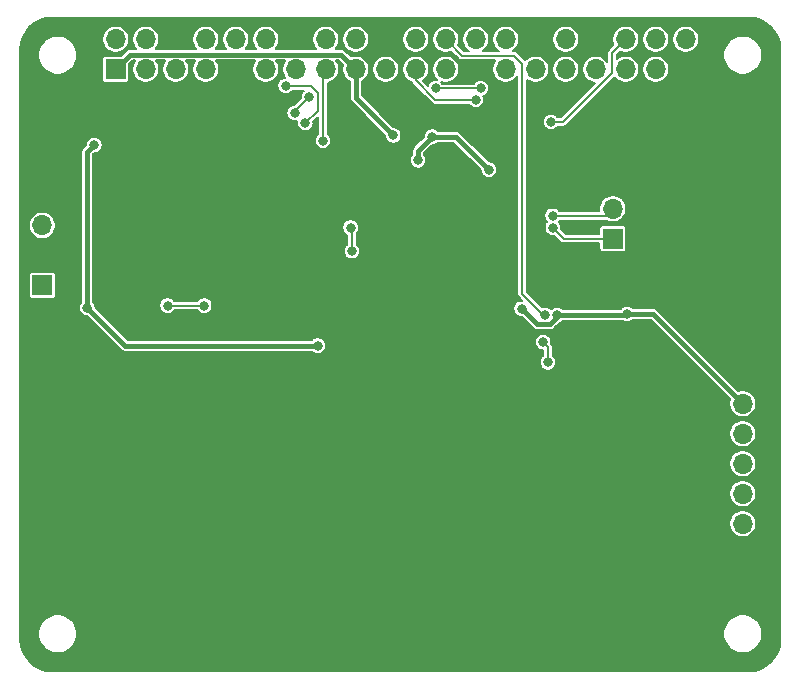
<source format=gbr>
G04 #@! TF.GenerationSoftware,KiCad,Pcbnew,(5.1.6)-1*
G04 #@! TF.CreationDate,2020-06-25T17:10:26+02:00*
G04 #@! TF.ProjectId,plc-EV-rpi,706c632d-4556-42d7-9270-692e6b696361,rev?*
G04 #@! TF.SameCoordinates,Original*
G04 #@! TF.FileFunction,Copper,L2,Bot*
G04 #@! TF.FilePolarity,Positive*
%FSLAX46Y46*%
G04 Gerber Fmt 4.6, Leading zero omitted, Abs format (unit mm)*
G04 Created by KiCad (PCBNEW (5.1.6)-1) date 2020-06-25 17:10:26*
%MOMM*%
%LPD*%
G01*
G04 APERTURE LIST*
G04 #@! TA.AperFunction,ComponentPad*
%ADD10O,1.700000X1.700000*%
G04 #@! TD*
G04 #@! TA.AperFunction,ComponentPad*
%ADD11R,1.700000X1.700000*%
G04 #@! TD*
G04 #@! TA.AperFunction,ViaPad*
%ADD12C,0.800000*%
G04 #@! TD*
G04 #@! TA.AperFunction,Conductor*
%ADD13C,0.400000*%
G04 #@! TD*
G04 #@! TA.AperFunction,Conductor*
%ADD14C,0.200000*%
G04 #@! TD*
G04 APERTURE END LIST*
D10*
G04 #@! TO.P,J601,3*
G04 #@! TO.N,GND*
X187000000Y-90460000D03*
G04 #@! TO.P,J601,2*
G04 #@! TO.N,/STM8/UART_RX*
X187000000Y-93000000D03*
D11*
G04 #@! TO.P,J601,1*
G04 #@! TO.N,/STM8/UART_TX*
X187000000Y-95540000D03*
G04 #@! TD*
D10*
G04 #@! TO.P,J501,6*
G04 #@! TO.N,/PLC Interface/VDD*
X198000000Y-109500000D03*
G04 #@! TO.P,J501,5*
G04 #@! TO.N,/PLC Interface/GPIO_0*
X198000000Y-112040000D03*
G04 #@! TO.P,J501,4*
G04 #@! TO.N,/PLC Interface/GPIO_1*
X198000000Y-114580000D03*
G04 #@! TO.P,J501,3*
G04 #@! TO.N,/PLC Interface/GPIO_2*
X198000000Y-117120000D03*
G04 #@! TO.P,J501,2*
G04 #@! TO.N,/PLC Interface/GPIO_3*
X198000000Y-119660000D03*
D11*
G04 #@! TO.P,J501,1*
G04 #@! TO.N,GND*
X198000000Y-122200000D03*
G04 #@! TD*
D10*
G04 #@! TO.P,J201,40*
G04 #@! TO.N,Net-(J201-Pad40)*
X193160000Y-78660000D03*
G04 #@! TO.P,J201,39*
G04 #@! TO.N,GND*
X193160000Y-81200000D03*
G04 #@! TO.P,J201,38*
G04 #@! TO.N,Net-(J201-Pad38)*
X190620000Y-78660000D03*
G04 #@! TO.P,J201,37*
G04 #@! TO.N,Net-(J201-Pad37)*
X190620000Y-81200000D03*
G04 #@! TO.P,J201,36*
G04 #@! TO.N,/PLC Interface/INT*
X188080000Y-78660000D03*
G04 #@! TO.P,J201,35*
G04 #@! TO.N,Net-(J201-Pad35)*
X188080000Y-81200000D03*
G04 #@! TO.P,J201,34*
G04 #@! TO.N,GND*
X185540000Y-78660000D03*
G04 #@! TO.P,J201,33*
G04 #@! TO.N,Net-(J201-Pad33)*
X185540000Y-81200000D03*
G04 #@! TO.P,J201,32*
G04 #@! TO.N,Net-(J201-Pad32)*
X183000000Y-78660000D03*
G04 #@! TO.P,J201,31*
G04 #@! TO.N,Net-(J201-Pad31)*
X183000000Y-81200000D03*
G04 #@! TO.P,J201,30*
G04 #@! TO.N,GND*
X180460000Y-78660000D03*
G04 #@! TO.P,J201,29*
G04 #@! TO.N,Net-(J201-Pad29)*
X180460000Y-81200000D03*
G04 #@! TO.P,J201,28*
G04 #@! TO.N,Net-(J201-Pad28)*
X177920000Y-78660000D03*
G04 #@! TO.P,J201,27*
G04 #@! TO.N,/RaspberryPi/PLC_RESET*
X177920000Y-81200000D03*
G04 #@! TO.P,J201,26*
G04 #@! TO.N,Net-(J201-Pad26)*
X175380000Y-78660000D03*
G04 #@! TO.P,J201,25*
G04 #@! TO.N,GND*
X175380000Y-81200000D03*
G04 #@! TO.P,J201,24*
G04 #@! TO.N,/PLC Interface/CS*
X172840000Y-78660000D03*
G04 #@! TO.P,J201,23*
G04 #@! TO.N,/PLC Interface/CLK*
X172840000Y-81200000D03*
G04 #@! TO.P,J201,22*
G04 #@! TO.N,Net-(J201-Pad22)*
X170300000Y-78660000D03*
G04 #@! TO.P,J201,21*
G04 #@! TO.N,/PLC Interface/MISO*
X170300000Y-81200000D03*
G04 #@! TO.P,J201,20*
G04 #@! TO.N,GND*
X167760000Y-78660000D03*
G04 #@! TO.P,J201,19*
G04 #@! TO.N,/PLC Interface/MOSI*
X167760000Y-81200000D03*
G04 #@! TO.P,J201,18*
G04 #@! TO.N,/Pilot EV/CHARDE_RDY*
X165220000Y-78660000D03*
G04 #@! TO.P,J201,17*
G04 #@! TO.N,+3V3*
X165220000Y-81200000D03*
G04 #@! TO.P,J201,16*
G04 #@! TO.N,/STM8/NRST*
X162680000Y-78660000D03*
G04 #@! TO.P,J201,15*
G04 #@! TO.N,/RaspberryPi/STM8_SWIM*
X162680000Y-81200000D03*
G04 #@! TO.P,J201,14*
G04 #@! TO.N,GND*
X160140000Y-78660000D03*
G04 #@! TO.P,J201,13*
G04 #@! TO.N,Net-(J201-Pad13)*
X160140000Y-81200000D03*
G04 #@! TO.P,J201,12*
G04 #@! TO.N,/PLC Interface/ENABLE*
X157600000Y-78660000D03*
G04 #@! TO.P,J201,11*
G04 #@! TO.N,Net-(J201-Pad11)*
X157600000Y-81200000D03*
G04 #@! TO.P,J201,10*
G04 #@! TO.N,Net-(J201-Pad10)*
X155060000Y-78660000D03*
G04 #@! TO.P,J201,9*
G04 #@! TO.N,GND*
X155060000Y-81200000D03*
G04 #@! TO.P,J201,8*
G04 #@! TO.N,Net-(J201-Pad8)*
X152520000Y-78660000D03*
G04 #@! TO.P,J201,7*
G04 #@! TO.N,Net-(J201-Pad7)*
X152520000Y-81200000D03*
G04 #@! TO.P,J201,6*
G04 #@! TO.N,GND*
X149980000Y-78660000D03*
G04 #@! TO.P,J201,5*
G04 #@! TO.N,/RaspberryPi/SCL*
X149980000Y-81200000D03*
G04 #@! TO.P,J201,4*
G04 #@! TO.N,+5V*
X147440000Y-78660000D03*
G04 #@! TO.P,J201,3*
G04 #@! TO.N,/RaspberryPi/SDA*
X147440000Y-81200000D03*
G04 #@! TO.P,J201,2*
G04 #@! TO.N,+5V*
X144900000Y-78660000D03*
D11*
G04 #@! TO.P,J201,1*
G04 #@! TO.N,+3V3*
X144900000Y-81200000D03*
G04 #@! TD*
D10*
G04 #@! TO.P,J101,3*
G04 #@! TO.N,/PILOT*
X138700000Y-94420000D03*
G04 #@! TO.P,J101,2*
G04 #@! TO.N,GND*
X138700000Y-96960000D03*
D11*
G04 #@! TO.P,J101,1*
G04 #@! TO.N,/PROXY*
X138700000Y-99500000D03*
G04 #@! TD*
D12*
G04 #@! TO.N,GND*
X200000000Y-85000000D03*
X200000000Y-90000000D03*
X200000000Y-95000000D03*
X200000000Y-100000000D03*
X200000000Y-105000000D03*
X200000000Y-125000000D03*
X195000000Y-125000000D03*
X190000000Y-130000000D03*
X185000000Y-130000000D03*
X180000000Y-125000000D03*
X175000000Y-125000000D03*
X170000000Y-125000000D03*
X165000000Y-125000000D03*
X165000000Y-130000000D03*
X160000000Y-130000000D03*
X155000000Y-130000000D03*
X150000000Y-130000000D03*
X145000000Y-130000000D03*
X145000000Y-125000000D03*
X140000000Y-125000000D03*
X140000000Y-120000000D03*
X140000000Y-115000000D03*
X140000000Y-110000000D03*
X145000000Y-110000000D03*
X145000000Y-115000000D03*
X150000000Y-115000000D03*
X150000000Y-120000000D03*
X145000000Y-120000000D03*
X150000000Y-125000000D03*
X155000000Y-125000000D03*
X160000000Y-125000000D03*
X160000000Y-120000000D03*
X155000000Y-120000000D03*
X155000000Y-115000000D03*
X160000000Y-115000000D03*
X165000000Y-115000000D03*
X165000000Y-120000000D03*
X170000000Y-120000000D03*
X170000000Y-115000000D03*
X175000000Y-115000000D03*
X175000000Y-120000000D03*
X180000000Y-120000000D03*
X180000000Y-115000000D03*
X185000000Y-115000000D03*
X185000000Y-120000000D03*
X190000000Y-120000000D03*
X190000000Y-125000000D03*
X195000000Y-120000000D03*
X190000000Y-115000000D03*
X185000000Y-125000000D03*
X150000000Y-110000000D03*
X155000000Y-110000000D03*
X160000000Y-110000000D03*
X165000000Y-110000000D03*
X170000000Y-110000000D03*
X175000000Y-110000000D03*
X180000000Y-110000000D03*
X185000000Y-110000000D03*
X160000000Y-100000000D03*
X155000000Y-100000000D03*
X195000000Y-100000000D03*
X195000000Y-95000000D03*
X195000000Y-90000000D03*
X190000000Y-85000000D03*
X190000000Y-90000000D03*
X190000000Y-95000000D03*
X190000000Y-100000000D03*
X157500000Y-92500000D03*
X152500000Y-92500000D03*
X157500000Y-97500000D03*
X147500000Y-100000000D03*
X145000000Y-92500000D03*
X147500000Y-85000000D03*
X169000000Y-91000000D03*
X162000000Y-94000000D03*
X166000000Y-94000000D03*
X176000000Y-94000000D03*
X176000000Y-91000000D03*
X174000000Y-90000000D03*
X170000000Y-84000000D03*
X168000000Y-84000000D03*
X177000000Y-86000000D03*
X180500000Y-95200000D03*
X181000000Y-98000000D03*
X180700000Y-91200000D03*
X176000000Y-97000000D03*
X173000000Y-97000000D03*
X170000000Y-97000000D03*
X161000000Y-106000000D03*
X157000000Y-106000000D03*
X154000000Y-106000000D03*
X148000000Y-103000000D03*
X141000000Y-97000000D03*
X141000000Y-102000000D03*
X141000000Y-93000000D03*
X144000000Y-90000000D03*
X141000000Y-90000000D03*
X149000000Y-93000000D03*
X153000000Y-86000000D03*
X149000000Y-96000000D03*
X153000000Y-96000000D03*
X162000000Y-97000000D03*
X155000000Y-103000000D03*
X186000000Y-103000000D03*
X186000000Y-105000000D03*
X168000000Y-89000000D03*
X166000000Y-89000000D03*
X164000000Y-86000000D03*
X166000000Y-87000000D03*
X170000000Y-95000000D03*
X172500000Y-88000000D03*
X195000000Y-85000000D03*
X185000000Y-85000000D03*
G04 #@! TO.N,/PLC Interface/VDD*
X179272176Y-101472176D03*
X182300000Y-102000000D03*
X188200000Y-101900000D03*
G04 #@! TO.N,+3V3*
X170500000Y-88900000D03*
X171700000Y-86900000D03*
X168400000Y-86800000D03*
X176500000Y-89700000D03*
G04 #@! TO.N,/PLC Interface/INT*
X181755025Y-85644975D03*
G04 #@! TO.N,/PLC Interface/CS*
X181294975Y-101994975D03*
X181499975Y-105999975D03*
X181100000Y-104300000D03*
G04 #@! TO.N,/PLC Interface/MISO*
X175400000Y-83800000D03*
G04 #@! TO.N,/PLC Interface/MOSI*
X175799998Y-82800000D03*
X172000000Y-82800000D03*
G04 #@! TO.N,/Pilot EV/CHARDE_RDY*
X160055025Y-84900010D03*
X161294975Y-83505025D03*
G04 #@! TO.N,/RaspberryPi/STM8_SWIM*
X162455025Y-87244975D03*
G04 #@! TO.N,/PLC Interface/ENABLE*
X164900000Y-96600000D03*
X164800000Y-94600000D03*
X160955025Y-85744975D03*
X159300000Y-82600000D03*
G04 #@! TO.N,+5V*
X142500000Y-101400000D03*
X143100000Y-87600000D03*
X162000000Y-104600000D03*
G04 #@! TO.N,/STM8/AIN2*
X152400000Y-101200000D03*
X149300000Y-101200000D03*
G04 #@! TO.N,/STM8/UART_RX*
X181900000Y-93600000D03*
G04 #@! TO.N,/STM8/UART_TX*
X181916458Y-94599866D03*
G04 #@! TD*
D13*
G04 #@! TO.N,/PLC Interface/VDD*
X182300000Y-102173952D02*
X182300000Y-102000000D01*
X181678976Y-102794976D02*
X182300000Y-102173952D01*
X179272176Y-101472176D02*
X180594976Y-102794976D01*
X180594976Y-102794976D02*
X181678976Y-102794976D01*
X182300000Y-102000000D02*
X188100000Y-102000000D01*
X188100000Y-102000000D02*
X188200000Y-101900000D01*
X198000000Y-109500000D02*
X190400000Y-101900000D01*
X190400000Y-101900000D02*
X188200000Y-101900000D01*
G04 #@! TO.N,+3V3*
X170500000Y-88900000D02*
X170500000Y-88100000D01*
X170500000Y-88100000D02*
X171700000Y-86900000D01*
X165220000Y-83620000D02*
X165220000Y-81200000D01*
X168400000Y-86800000D02*
X165220000Y-83620000D01*
X173700000Y-86900000D02*
X176500000Y-89700000D01*
X171700000Y-86900000D02*
X173700000Y-86900000D01*
X163969999Y-79949999D02*
X146150001Y-79949999D01*
X146150001Y-79949999D02*
X144900000Y-81200000D01*
X165220000Y-81200000D02*
X163969999Y-79949999D01*
D14*
G04 #@! TO.N,/PLC Interface/INT*
X186929999Y-79810001D02*
X188080000Y-78660000D01*
X186929999Y-81512003D02*
X186929999Y-79810001D01*
X182797027Y-85644975D02*
X186929999Y-81512003D01*
X181755025Y-85644975D02*
X182797027Y-85644975D01*
G04 #@! TO.N,/PLC Interface/CS*
X178649999Y-80049999D02*
X179309999Y-80709999D01*
X179309999Y-80709999D02*
X179309999Y-100209999D01*
X172840000Y-78660000D02*
X174229999Y-80049999D01*
X174229999Y-80049999D02*
X178649999Y-80049999D01*
X179309999Y-100209999D02*
X181094975Y-101994975D01*
X181094975Y-101994975D02*
X181294975Y-101994975D01*
X181499975Y-105999975D02*
X181499975Y-104699975D01*
X181499975Y-104699975D02*
X181100000Y-104300000D01*
G04 #@! TO.N,/PLC Interface/MISO*
X170300000Y-82136002D02*
X170300000Y-81200000D01*
X171963998Y-83800000D02*
X170300000Y-82136002D01*
X175400000Y-83800000D02*
X171963998Y-83800000D01*
G04 #@! TO.N,/PLC Interface/MOSI*
X175799998Y-82800000D02*
X172000000Y-82800000D01*
G04 #@! TO.N,/Pilot EV/CHARDE_RDY*
X160055025Y-84900010D02*
X160055025Y-84744975D01*
X160055025Y-84744975D02*
X161294975Y-83505025D01*
G04 #@! TO.N,/RaspberryPi/STM8_SWIM*
X162455025Y-81424975D02*
X162680000Y-81200000D01*
X162455025Y-87244975D02*
X162455025Y-81424975D01*
G04 #@! TO.N,/PLC Interface/ENABLE*
X164900000Y-96600000D02*
X164900000Y-94700000D01*
X164900000Y-94700000D02*
X164800000Y-94600000D01*
X161994976Y-84705024D02*
X161994976Y-83169024D01*
X160955025Y-85744975D02*
X161994976Y-84705024D01*
X161994976Y-83169024D02*
X161425952Y-82600000D01*
X161425952Y-82600000D02*
X159300000Y-82600000D01*
D13*
G04 #@! TO.N,+5V*
X142500000Y-101400000D02*
X142500000Y-88200000D01*
X142500000Y-88200000D02*
X143100000Y-87600000D01*
X145700000Y-104600000D02*
X142500000Y-101400000D01*
X162000000Y-104600000D02*
X145700000Y-104600000D01*
D14*
G04 #@! TO.N,/STM8/AIN2*
X152400000Y-101200000D02*
X149300000Y-101200000D01*
G04 #@! TO.N,/STM8/UART_RX*
X186400000Y-93600000D02*
X187000000Y-93000000D01*
X181900000Y-93600000D02*
X186400000Y-93600000D01*
G04 #@! TO.N,/STM8/UART_TX*
X182856592Y-95540000D02*
X187000000Y-95540000D01*
X181916458Y-94599866D02*
X182856592Y-95540000D01*
G04 #@! TD*
G04 #@! TO.N,GND*
G36*
X199019275Y-76877474D02*
G01*
X199518770Y-77028281D01*
X199979459Y-77273233D01*
X200383797Y-77603002D01*
X200716384Y-78005031D01*
X200964548Y-78464001D01*
X201118837Y-78962427D01*
X201174986Y-79496657D01*
X201175001Y-79500846D01*
X201175000Y-129484104D01*
X201122526Y-130019274D01*
X200971719Y-130518770D01*
X200726768Y-130979458D01*
X200396995Y-131383799D01*
X199994970Y-131716383D01*
X199535997Y-131964548D01*
X199037575Y-132118836D01*
X198503342Y-132174986D01*
X198499441Y-132175000D01*
X139515896Y-132175000D01*
X138980726Y-132122526D01*
X138481230Y-131971719D01*
X138020542Y-131726768D01*
X137616201Y-131396995D01*
X137283617Y-130994970D01*
X137035452Y-130535997D01*
X136881164Y-130037575D01*
X136825014Y-129503342D01*
X136825000Y-129499441D01*
X136825000Y-128837489D01*
X138350000Y-128837489D01*
X138350000Y-129162511D01*
X138413408Y-129481287D01*
X138537789Y-129781568D01*
X138718361Y-130051814D01*
X138948186Y-130281639D01*
X139218432Y-130462211D01*
X139518713Y-130586592D01*
X139837489Y-130650000D01*
X140162511Y-130650000D01*
X140481287Y-130586592D01*
X140781568Y-130462211D01*
X141051814Y-130281639D01*
X141281639Y-130051814D01*
X141462211Y-129781568D01*
X141586592Y-129481287D01*
X141650000Y-129162511D01*
X141650000Y-128837489D01*
X196350000Y-128837489D01*
X196350000Y-129162511D01*
X196413408Y-129481287D01*
X196537789Y-129781568D01*
X196718361Y-130051814D01*
X196948186Y-130281639D01*
X197218432Y-130462211D01*
X197518713Y-130586592D01*
X197837489Y-130650000D01*
X198162511Y-130650000D01*
X198481287Y-130586592D01*
X198781568Y-130462211D01*
X199051814Y-130281639D01*
X199281639Y-130051814D01*
X199462211Y-129781568D01*
X199586592Y-129481287D01*
X199650000Y-129162511D01*
X199650000Y-128837489D01*
X199586592Y-128518713D01*
X199462211Y-128218432D01*
X199281639Y-127948186D01*
X199051814Y-127718361D01*
X198781568Y-127537789D01*
X198481287Y-127413408D01*
X198162511Y-127350000D01*
X197837489Y-127350000D01*
X197518713Y-127413408D01*
X197218432Y-127537789D01*
X196948186Y-127718361D01*
X196718361Y-127948186D01*
X196537789Y-128218432D01*
X196413408Y-128518713D01*
X196350000Y-128837489D01*
X141650000Y-128837489D01*
X141586592Y-128518713D01*
X141462211Y-128218432D01*
X141281639Y-127948186D01*
X141051814Y-127718361D01*
X140781568Y-127537789D01*
X140481287Y-127413408D01*
X140162511Y-127350000D01*
X139837489Y-127350000D01*
X139518713Y-127413408D01*
X139218432Y-127537789D01*
X138948186Y-127718361D01*
X138718361Y-127948186D01*
X138537789Y-128218432D01*
X138413408Y-128518713D01*
X138350000Y-128837489D01*
X136825000Y-128837489D01*
X136825000Y-119546735D01*
X196850000Y-119546735D01*
X196850000Y-119773265D01*
X196894194Y-119995443D01*
X196980884Y-120204729D01*
X197106737Y-120393082D01*
X197266918Y-120553263D01*
X197455271Y-120679116D01*
X197664557Y-120765806D01*
X197886735Y-120810000D01*
X198113265Y-120810000D01*
X198335443Y-120765806D01*
X198544729Y-120679116D01*
X198733082Y-120553263D01*
X198893263Y-120393082D01*
X199019116Y-120204729D01*
X199105806Y-119995443D01*
X199150000Y-119773265D01*
X199150000Y-119546735D01*
X199105806Y-119324557D01*
X199019116Y-119115271D01*
X198893263Y-118926918D01*
X198733082Y-118766737D01*
X198544729Y-118640884D01*
X198335443Y-118554194D01*
X198113265Y-118510000D01*
X197886735Y-118510000D01*
X197664557Y-118554194D01*
X197455271Y-118640884D01*
X197266918Y-118766737D01*
X197106737Y-118926918D01*
X196980884Y-119115271D01*
X196894194Y-119324557D01*
X196850000Y-119546735D01*
X136825000Y-119546735D01*
X136825000Y-117006735D01*
X196850000Y-117006735D01*
X196850000Y-117233265D01*
X196894194Y-117455443D01*
X196980884Y-117664729D01*
X197106737Y-117853082D01*
X197266918Y-118013263D01*
X197455271Y-118139116D01*
X197664557Y-118225806D01*
X197886735Y-118270000D01*
X198113265Y-118270000D01*
X198335443Y-118225806D01*
X198544729Y-118139116D01*
X198733082Y-118013263D01*
X198893263Y-117853082D01*
X199019116Y-117664729D01*
X199105806Y-117455443D01*
X199150000Y-117233265D01*
X199150000Y-117006735D01*
X199105806Y-116784557D01*
X199019116Y-116575271D01*
X198893263Y-116386918D01*
X198733082Y-116226737D01*
X198544729Y-116100884D01*
X198335443Y-116014194D01*
X198113265Y-115970000D01*
X197886735Y-115970000D01*
X197664557Y-116014194D01*
X197455271Y-116100884D01*
X197266918Y-116226737D01*
X197106737Y-116386918D01*
X196980884Y-116575271D01*
X196894194Y-116784557D01*
X196850000Y-117006735D01*
X136825000Y-117006735D01*
X136825000Y-114466735D01*
X196850000Y-114466735D01*
X196850000Y-114693265D01*
X196894194Y-114915443D01*
X196980884Y-115124729D01*
X197106737Y-115313082D01*
X197266918Y-115473263D01*
X197455271Y-115599116D01*
X197664557Y-115685806D01*
X197886735Y-115730000D01*
X198113265Y-115730000D01*
X198335443Y-115685806D01*
X198544729Y-115599116D01*
X198733082Y-115473263D01*
X198893263Y-115313082D01*
X199019116Y-115124729D01*
X199105806Y-114915443D01*
X199150000Y-114693265D01*
X199150000Y-114466735D01*
X199105806Y-114244557D01*
X199019116Y-114035271D01*
X198893263Y-113846918D01*
X198733082Y-113686737D01*
X198544729Y-113560884D01*
X198335443Y-113474194D01*
X198113265Y-113430000D01*
X197886735Y-113430000D01*
X197664557Y-113474194D01*
X197455271Y-113560884D01*
X197266918Y-113686737D01*
X197106737Y-113846918D01*
X196980884Y-114035271D01*
X196894194Y-114244557D01*
X196850000Y-114466735D01*
X136825000Y-114466735D01*
X136825000Y-111926735D01*
X196850000Y-111926735D01*
X196850000Y-112153265D01*
X196894194Y-112375443D01*
X196980884Y-112584729D01*
X197106737Y-112773082D01*
X197266918Y-112933263D01*
X197455271Y-113059116D01*
X197664557Y-113145806D01*
X197886735Y-113190000D01*
X198113265Y-113190000D01*
X198335443Y-113145806D01*
X198544729Y-113059116D01*
X198733082Y-112933263D01*
X198893263Y-112773082D01*
X199019116Y-112584729D01*
X199105806Y-112375443D01*
X199150000Y-112153265D01*
X199150000Y-111926735D01*
X199105806Y-111704557D01*
X199019116Y-111495271D01*
X198893263Y-111306918D01*
X198733082Y-111146737D01*
X198544729Y-111020884D01*
X198335443Y-110934194D01*
X198113265Y-110890000D01*
X197886735Y-110890000D01*
X197664557Y-110934194D01*
X197455271Y-111020884D01*
X197266918Y-111146737D01*
X197106737Y-111306918D01*
X196980884Y-111495271D01*
X196894194Y-111704557D01*
X196850000Y-111926735D01*
X136825000Y-111926735D01*
X136825000Y-101331056D01*
X141800000Y-101331056D01*
X141800000Y-101468944D01*
X141826901Y-101604182D01*
X141879668Y-101731574D01*
X141956274Y-101846224D01*
X142053776Y-101943726D01*
X142168426Y-102020332D01*
X142295818Y-102073099D01*
X142431056Y-102100000D01*
X142492895Y-102100000D01*
X145329080Y-104936187D01*
X145344736Y-104955264D01*
X145420871Y-105017746D01*
X145507733Y-105064175D01*
X145601983Y-105092765D01*
X145675440Y-105100000D01*
X145675449Y-105100000D01*
X145699999Y-105102418D01*
X145724549Y-105100000D01*
X161510050Y-105100000D01*
X161553776Y-105143726D01*
X161668426Y-105220332D01*
X161795818Y-105273099D01*
X161931056Y-105300000D01*
X162068944Y-105300000D01*
X162204182Y-105273099D01*
X162331574Y-105220332D01*
X162446224Y-105143726D01*
X162543726Y-105046224D01*
X162620332Y-104931574D01*
X162673099Y-104804182D01*
X162700000Y-104668944D01*
X162700000Y-104531056D01*
X162673099Y-104395818D01*
X162620332Y-104268426D01*
X162595363Y-104231056D01*
X180400000Y-104231056D01*
X180400000Y-104368944D01*
X180426901Y-104504182D01*
X180479668Y-104631574D01*
X180556274Y-104746224D01*
X180653776Y-104843726D01*
X180768426Y-104920332D01*
X180895818Y-104973099D01*
X181031056Y-105000000D01*
X181099976Y-105000000D01*
X181099975Y-105425363D01*
X181053751Y-105456249D01*
X180956249Y-105553751D01*
X180879643Y-105668401D01*
X180826876Y-105795793D01*
X180799975Y-105931031D01*
X180799975Y-106068919D01*
X180826876Y-106204157D01*
X180879643Y-106331549D01*
X180956249Y-106446199D01*
X181053751Y-106543701D01*
X181168401Y-106620307D01*
X181295793Y-106673074D01*
X181431031Y-106699975D01*
X181568919Y-106699975D01*
X181704157Y-106673074D01*
X181831549Y-106620307D01*
X181946199Y-106543701D01*
X182043701Y-106446199D01*
X182120307Y-106331549D01*
X182173074Y-106204157D01*
X182199975Y-106068919D01*
X182199975Y-105931031D01*
X182173074Y-105795793D01*
X182120307Y-105668401D01*
X182043701Y-105553751D01*
X181946199Y-105456249D01*
X181899975Y-105425363D01*
X181899975Y-104719618D01*
X181901910Y-104699974D01*
X181899975Y-104680328D01*
X181894187Y-104621561D01*
X181871315Y-104546161D01*
X181834172Y-104476672D01*
X181789419Y-104422140D01*
X181800000Y-104368944D01*
X181800000Y-104231056D01*
X181773099Y-104095818D01*
X181720332Y-103968426D01*
X181643726Y-103853776D01*
X181546224Y-103756274D01*
X181431574Y-103679668D01*
X181304182Y-103626901D01*
X181168944Y-103600000D01*
X181031056Y-103600000D01*
X180895818Y-103626901D01*
X180768426Y-103679668D01*
X180653776Y-103756274D01*
X180556274Y-103853776D01*
X180479668Y-103968426D01*
X180426901Y-104095818D01*
X180400000Y-104231056D01*
X162595363Y-104231056D01*
X162543726Y-104153776D01*
X162446224Y-104056274D01*
X162331574Y-103979668D01*
X162204182Y-103926901D01*
X162068944Y-103900000D01*
X161931056Y-103900000D01*
X161795818Y-103926901D01*
X161668426Y-103979668D01*
X161553776Y-104056274D01*
X161510050Y-104100000D01*
X145907107Y-104100000D01*
X143200000Y-101392895D01*
X143200000Y-101331056D01*
X143173099Y-101195818D01*
X143146274Y-101131056D01*
X148600000Y-101131056D01*
X148600000Y-101268944D01*
X148626901Y-101404182D01*
X148679668Y-101531574D01*
X148756274Y-101646224D01*
X148853776Y-101743726D01*
X148968426Y-101820332D01*
X149095818Y-101873099D01*
X149231056Y-101900000D01*
X149368944Y-101900000D01*
X149504182Y-101873099D01*
X149631574Y-101820332D01*
X149746224Y-101743726D01*
X149843726Y-101646224D01*
X149874612Y-101600000D01*
X151825388Y-101600000D01*
X151856274Y-101646224D01*
X151953776Y-101743726D01*
X152068426Y-101820332D01*
X152195818Y-101873099D01*
X152331056Y-101900000D01*
X152468944Y-101900000D01*
X152604182Y-101873099D01*
X152731574Y-101820332D01*
X152846224Y-101743726D01*
X152943726Y-101646224D01*
X153020332Y-101531574D01*
X153073099Y-101404182D01*
X153100000Y-101268944D01*
X153100000Y-101131056D01*
X153073099Y-100995818D01*
X153020332Y-100868426D01*
X152943726Y-100753776D01*
X152846224Y-100656274D01*
X152731574Y-100579668D01*
X152604182Y-100526901D01*
X152468944Y-100500000D01*
X152331056Y-100500000D01*
X152195818Y-100526901D01*
X152068426Y-100579668D01*
X151953776Y-100656274D01*
X151856274Y-100753776D01*
X151825388Y-100800000D01*
X149874612Y-100800000D01*
X149843726Y-100753776D01*
X149746224Y-100656274D01*
X149631574Y-100579668D01*
X149504182Y-100526901D01*
X149368944Y-100500000D01*
X149231056Y-100500000D01*
X149095818Y-100526901D01*
X148968426Y-100579668D01*
X148853776Y-100656274D01*
X148756274Y-100753776D01*
X148679668Y-100868426D01*
X148626901Y-100995818D01*
X148600000Y-101131056D01*
X143146274Y-101131056D01*
X143120332Y-101068426D01*
X143043726Y-100953776D01*
X143000000Y-100910050D01*
X143000000Y-94531056D01*
X164100000Y-94531056D01*
X164100000Y-94668944D01*
X164126901Y-94804182D01*
X164179668Y-94931574D01*
X164256274Y-95046224D01*
X164353776Y-95143726D01*
X164468426Y-95220332D01*
X164500001Y-95233411D01*
X164500000Y-96025388D01*
X164453776Y-96056274D01*
X164356274Y-96153776D01*
X164279668Y-96268426D01*
X164226901Y-96395818D01*
X164200000Y-96531056D01*
X164200000Y-96668944D01*
X164226901Y-96804182D01*
X164279668Y-96931574D01*
X164356274Y-97046224D01*
X164453776Y-97143726D01*
X164568426Y-97220332D01*
X164695818Y-97273099D01*
X164831056Y-97300000D01*
X164968944Y-97300000D01*
X165104182Y-97273099D01*
X165231574Y-97220332D01*
X165346224Y-97143726D01*
X165443726Y-97046224D01*
X165520332Y-96931574D01*
X165573099Y-96804182D01*
X165600000Y-96668944D01*
X165600000Y-96531056D01*
X165573099Y-96395818D01*
X165520332Y-96268426D01*
X165443726Y-96153776D01*
X165346224Y-96056274D01*
X165300000Y-96025388D01*
X165300000Y-95089950D01*
X165343726Y-95046224D01*
X165420332Y-94931574D01*
X165473099Y-94804182D01*
X165500000Y-94668944D01*
X165500000Y-94531056D01*
X165473099Y-94395818D01*
X165420332Y-94268426D01*
X165343726Y-94153776D01*
X165246224Y-94056274D01*
X165131574Y-93979668D01*
X165004182Y-93926901D01*
X164868944Y-93900000D01*
X164731056Y-93900000D01*
X164595818Y-93926901D01*
X164468426Y-93979668D01*
X164353776Y-94056274D01*
X164256274Y-94153776D01*
X164179668Y-94268426D01*
X164126901Y-94395818D01*
X164100000Y-94531056D01*
X143000000Y-94531056D01*
X143000000Y-88831056D01*
X169800000Y-88831056D01*
X169800000Y-88968944D01*
X169826901Y-89104182D01*
X169879668Y-89231574D01*
X169956274Y-89346224D01*
X170053776Y-89443726D01*
X170168426Y-89520332D01*
X170295818Y-89573099D01*
X170431056Y-89600000D01*
X170568944Y-89600000D01*
X170704182Y-89573099D01*
X170831574Y-89520332D01*
X170946224Y-89443726D01*
X171043726Y-89346224D01*
X171120332Y-89231574D01*
X171173099Y-89104182D01*
X171200000Y-88968944D01*
X171200000Y-88831056D01*
X171173099Y-88695818D01*
X171120332Y-88568426D01*
X171043726Y-88453776D01*
X171000000Y-88410050D01*
X171000000Y-88307105D01*
X171707106Y-87600000D01*
X171768944Y-87600000D01*
X171904182Y-87573099D01*
X172031574Y-87520332D01*
X172146224Y-87443726D01*
X172189950Y-87400000D01*
X173492895Y-87400000D01*
X175800000Y-89707106D01*
X175800000Y-89768944D01*
X175826901Y-89904182D01*
X175879668Y-90031574D01*
X175956274Y-90146224D01*
X176053776Y-90243726D01*
X176168426Y-90320332D01*
X176295818Y-90373099D01*
X176431056Y-90400000D01*
X176568944Y-90400000D01*
X176704182Y-90373099D01*
X176831574Y-90320332D01*
X176946224Y-90243726D01*
X177043726Y-90146224D01*
X177120332Y-90031574D01*
X177173099Y-89904182D01*
X177200000Y-89768944D01*
X177200000Y-89631056D01*
X177173099Y-89495818D01*
X177120332Y-89368426D01*
X177043726Y-89253776D01*
X176946224Y-89156274D01*
X176831574Y-89079668D01*
X176704182Y-89026901D01*
X176568944Y-89000000D01*
X176507106Y-89000000D01*
X174070929Y-86563824D01*
X174055264Y-86544736D01*
X173979129Y-86482254D01*
X173892267Y-86435825D01*
X173798017Y-86407235D01*
X173724560Y-86400000D01*
X173700000Y-86397581D01*
X173675440Y-86400000D01*
X172189950Y-86400000D01*
X172146224Y-86356274D01*
X172031574Y-86279668D01*
X171904182Y-86226901D01*
X171768944Y-86200000D01*
X171631056Y-86200000D01*
X171495818Y-86226901D01*
X171368426Y-86279668D01*
X171253776Y-86356274D01*
X171156274Y-86453776D01*
X171079668Y-86568426D01*
X171026901Y-86695818D01*
X171000000Y-86831056D01*
X171000000Y-86892894D01*
X170163819Y-87729076D01*
X170144737Y-87744736D01*
X170082255Y-87820871D01*
X170051115Y-87879130D01*
X170035826Y-87907733D01*
X170007235Y-88001983D01*
X169997581Y-88100000D01*
X170000001Y-88124570D01*
X170000001Y-88410049D01*
X169956274Y-88453776D01*
X169879668Y-88568426D01*
X169826901Y-88695818D01*
X169800000Y-88831056D01*
X143000000Y-88831056D01*
X143000000Y-88407105D01*
X143107105Y-88300000D01*
X143168944Y-88300000D01*
X143304182Y-88273099D01*
X143431574Y-88220332D01*
X143546224Y-88143726D01*
X143643726Y-88046224D01*
X143720332Y-87931574D01*
X143773099Y-87804182D01*
X143800000Y-87668944D01*
X143800000Y-87531056D01*
X143773099Y-87395818D01*
X143720332Y-87268426D01*
X143643726Y-87153776D01*
X143546224Y-87056274D01*
X143431574Y-86979668D01*
X143304182Y-86926901D01*
X143168944Y-86900000D01*
X143031056Y-86900000D01*
X142895818Y-86926901D01*
X142768426Y-86979668D01*
X142653776Y-87056274D01*
X142556274Y-87153776D01*
X142479668Y-87268426D01*
X142426901Y-87395818D01*
X142400000Y-87531056D01*
X142400000Y-87592895D01*
X142163819Y-87829076D01*
X142144737Y-87844736D01*
X142082255Y-87920871D01*
X142069371Y-87944975D01*
X142035826Y-88007733D01*
X142007235Y-88101983D01*
X141997581Y-88200000D01*
X142000001Y-88224570D01*
X142000000Y-100910050D01*
X141956274Y-100953776D01*
X141879668Y-101068426D01*
X141826901Y-101195818D01*
X141800000Y-101331056D01*
X136825000Y-101331056D01*
X136825000Y-98650000D01*
X137548549Y-98650000D01*
X137548549Y-100350000D01*
X137554341Y-100408810D01*
X137571496Y-100465360D01*
X137599353Y-100517477D01*
X137636842Y-100563158D01*
X137682523Y-100600647D01*
X137734640Y-100628504D01*
X137791190Y-100645659D01*
X137850000Y-100651451D01*
X139550000Y-100651451D01*
X139608810Y-100645659D01*
X139665360Y-100628504D01*
X139717477Y-100600647D01*
X139763158Y-100563158D01*
X139800647Y-100517477D01*
X139828504Y-100465360D01*
X139845659Y-100408810D01*
X139851451Y-100350000D01*
X139851451Y-98650000D01*
X139845659Y-98591190D01*
X139828504Y-98534640D01*
X139800647Y-98482523D01*
X139763158Y-98436842D01*
X139717477Y-98399353D01*
X139665360Y-98371496D01*
X139608810Y-98354341D01*
X139550000Y-98348549D01*
X137850000Y-98348549D01*
X137791190Y-98354341D01*
X137734640Y-98371496D01*
X137682523Y-98399353D01*
X137636842Y-98436842D01*
X137599353Y-98482523D01*
X137571496Y-98534640D01*
X137554341Y-98591190D01*
X137548549Y-98650000D01*
X136825000Y-98650000D01*
X136825000Y-94306735D01*
X137550000Y-94306735D01*
X137550000Y-94533265D01*
X137594194Y-94755443D01*
X137680884Y-94964729D01*
X137806737Y-95153082D01*
X137966918Y-95313263D01*
X138155271Y-95439116D01*
X138364557Y-95525806D01*
X138586735Y-95570000D01*
X138813265Y-95570000D01*
X139035443Y-95525806D01*
X139244729Y-95439116D01*
X139433082Y-95313263D01*
X139593263Y-95153082D01*
X139719116Y-94964729D01*
X139805806Y-94755443D01*
X139850000Y-94533265D01*
X139850000Y-94306735D01*
X139805806Y-94084557D01*
X139719116Y-93875271D01*
X139593263Y-93686918D01*
X139433082Y-93526737D01*
X139244729Y-93400884D01*
X139035443Y-93314194D01*
X138813265Y-93270000D01*
X138586735Y-93270000D01*
X138364557Y-93314194D01*
X138155271Y-93400884D01*
X137966918Y-93526737D01*
X137806737Y-93686918D01*
X137680884Y-93875271D01*
X137594194Y-94084557D01*
X137550000Y-94306735D01*
X136825000Y-94306735D01*
X136825000Y-79837489D01*
X138350000Y-79837489D01*
X138350000Y-80162511D01*
X138413408Y-80481287D01*
X138537789Y-80781568D01*
X138718361Y-81051814D01*
X138948186Y-81281639D01*
X139218432Y-81462211D01*
X139518713Y-81586592D01*
X139837489Y-81650000D01*
X140162511Y-81650000D01*
X140481287Y-81586592D01*
X140781568Y-81462211D01*
X141051814Y-81281639D01*
X141281639Y-81051814D01*
X141462211Y-80781568D01*
X141586592Y-80481287D01*
X141612706Y-80350000D01*
X143748549Y-80350000D01*
X143748549Y-82050000D01*
X143754341Y-82108810D01*
X143771496Y-82165360D01*
X143799353Y-82217477D01*
X143836842Y-82263158D01*
X143882523Y-82300647D01*
X143934640Y-82328504D01*
X143991190Y-82345659D01*
X144050000Y-82351451D01*
X145750000Y-82351451D01*
X145808810Y-82345659D01*
X145865360Y-82328504D01*
X145917477Y-82300647D01*
X145963158Y-82263158D01*
X146000647Y-82217477D01*
X146028504Y-82165360D01*
X146045659Y-82108810D01*
X146051451Y-82050000D01*
X146051451Y-80755655D01*
X146357108Y-80449999D01*
X146563656Y-80449999D01*
X146546737Y-80466918D01*
X146420884Y-80655271D01*
X146334194Y-80864557D01*
X146290000Y-81086735D01*
X146290000Y-81313265D01*
X146334194Y-81535443D01*
X146420884Y-81744729D01*
X146546737Y-81933082D01*
X146706918Y-82093263D01*
X146895271Y-82219116D01*
X147104557Y-82305806D01*
X147326735Y-82350000D01*
X147553265Y-82350000D01*
X147775443Y-82305806D01*
X147984729Y-82219116D01*
X148173082Y-82093263D01*
X148333263Y-81933082D01*
X148459116Y-81744729D01*
X148545806Y-81535443D01*
X148590000Y-81313265D01*
X148590000Y-81086735D01*
X148545806Y-80864557D01*
X148459116Y-80655271D01*
X148333263Y-80466918D01*
X148316344Y-80449999D01*
X149103656Y-80449999D01*
X149086737Y-80466918D01*
X148960884Y-80655271D01*
X148874194Y-80864557D01*
X148830000Y-81086735D01*
X148830000Y-81313265D01*
X148874194Y-81535443D01*
X148960884Y-81744729D01*
X149086737Y-81933082D01*
X149246918Y-82093263D01*
X149435271Y-82219116D01*
X149644557Y-82305806D01*
X149866735Y-82350000D01*
X150093265Y-82350000D01*
X150315443Y-82305806D01*
X150524729Y-82219116D01*
X150713082Y-82093263D01*
X150873263Y-81933082D01*
X150999116Y-81744729D01*
X151085806Y-81535443D01*
X151130000Y-81313265D01*
X151130000Y-81086735D01*
X151085806Y-80864557D01*
X150999116Y-80655271D01*
X150873263Y-80466918D01*
X150856344Y-80449999D01*
X151643656Y-80449999D01*
X151626737Y-80466918D01*
X151500884Y-80655271D01*
X151414194Y-80864557D01*
X151370000Y-81086735D01*
X151370000Y-81313265D01*
X151414194Y-81535443D01*
X151500884Y-81744729D01*
X151626737Y-81933082D01*
X151786918Y-82093263D01*
X151975271Y-82219116D01*
X152184557Y-82305806D01*
X152406735Y-82350000D01*
X152633265Y-82350000D01*
X152855443Y-82305806D01*
X153064729Y-82219116D01*
X153253082Y-82093263D01*
X153413263Y-81933082D01*
X153539116Y-81744729D01*
X153625806Y-81535443D01*
X153670000Y-81313265D01*
X153670000Y-81086735D01*
X153625806Y-80864557D01*
X153539116Y-80655271D01*
X153413263Y-80466918D01*
X153396344Y-80449999D01*
X156723656Y-80449999D01*
X156706737Y-80466918D01*
X156580884Y-80655271D01*
X156494194Y-80864557D01*
X156450000Y-81086735D01*
X156450000Y-81313265D01*
X156494194Y-81535443D01*
X156580884Y-81744729D01*
X156706737Y-81933082D01*
X156866918Y-82093263D01*
X157055271Y-82219116D01*
X157264557Y-82305806D01*
X157486735Y-82350000D01*
X157713265Y-82350000D01*
X157935443Y-82305806D01*
X158144729Y-82219116D01*
X158333082Y-82093263D01*
X158493263Y-81933082D01*
X158619116Y-81744729D01*
X158705806Y-81535443D01*
X158750000Y-81313265D01*
X158750000Y-81086735D01*
X158705806Y-80864557D01*
X158619116Y-80655271D01*
X158493263Y-80466918D01*
X158476344Y-80449999D01*
X159263656Y-80449999D01*
X159246737Y-80466918D01*
X159120884Y-80655271D01*
X159034194Y-80864557D01*
X158990000Y-81086735D01*
X158990000Y-81313265D01*
X159034194Y-81535443D01*
X159120884Y-81744729D01*
X159225386Y-81901128D01*
X159095818Y-81926901D01*
X158968426Y-81979668D01*
X158853776Y-82056274D01*
X158756274Y-82153776D01*
X158679668Y-82268426D01*
X158626901Y-82395818D01*
X158600000Y-82531056D01*
X158600000Y-82668944D01*
X158626901Y-82804182D01*
X158679668Y-82931574D01*
X158756274Y-83046224D01*
X158853776Y-83143726D01*
X158968426Y-83220332D01*
X159095818Y-83273099D01*
X159231056Y-83300000D01*
X159368944Y-83300000D01*
X159504182Y-83273099D01*
X159631574Y-83220332D01*
X159746224Y-83143726D01*
X159843726Y-83046224D01*
X159874612Y-83000000D01*
X160810050Y-83000000D01*
X160751249Y-83058801D01*
X160674643Y-83173451D01*
X160621876Y-83300843D01*
X160594975Y-83436081D01*
X160594975Y-83573969D01*
X160605821Y-83628494D01*
X160034305Y-84200010D01*
X159986081Y-84200010D01*
X159850843Y-84226911D01*
X159723451Y-84279678D01*
X159608801Y-84356284D01*
X159511299Y-84453786D01*
X159434693Y-84568436D01*
X159381926Y-84695828D01*
X159355025Y-84831066D01*
X159355025Y-84968954D01*
X159381926Y-85104192D01*
X159434693Y-85231584D01*
X159511299Y-85346234D01*
X159608801Y-85443736D01*
X159723451Y-85520342D01*
X159850843Y-85573109D01*
X159986081Y-85600010D01*
X160123969Y-85600010D01*
X160259207Y-85573109D01*
X160276961Y-85565755D01*
X160255025Y-85676031D01*
X160255025Y-85813919D01*
X160281926Y-85949157D01*
X160334693Y-86076549D01*
X160411299Y-86191199D01*
X160508801Y-86288701D01*
X160623451Y-86365307D01*
X160750843Y-86418074D01*
X160886081Y-86444975D01*
X161023969Y-86444975D01*
X161159207Y-86418074D01*
X161286599Y-86365307D01*
X161401249Y-86288701D01*
X161498751Y-86191199D01*
X161575357Y-86076549D01*
X161628124Y-85949157D01*
X161655025Y-85813919D01*
X161655025Y-85676031D01*
X161644179Y-85621506D01*
X162055025Y-85210660D01*
X162055025Y-86670363D01*
X162008801Y-86701249D01*
X161911299Y-86798751D01*
X161834693Y-86913401D01*
X161781926Y-87040793D01*
X161755025Y-87176031D01*
X161755025Y-87313919D01*
X161781926Y-87449157D01*
X161834693Y-87576549D01*
X161911299Y-87691199D01*
X162008801Y-87788701D01*
X162123451Y-87865307D01*
X162250843Y-87918074D01*
X162386081Y-87944975D01*
X162523969Y-87944975D01*
X162659207Y-87918074D01*
X162786599Y-87865307D01*
X162901249Y-87788701D01*
X162998751Y-87691199D01*
X163075357Y-87576549D01*
X163128124Y-87449157D01*
X163155025Y-87313919D01*
X163155025Y-87176031D01*
X163128124Y-87040793D01*
X163075357Y-86913401D01*
X162998751Y-86798751D01*
X162901249Y-86701249D01*
X162855025Y-86670363D01*
X162855025Y-82337715D01*
X163015443Y-82305806D01*
X163224729Y-82219116D01*
X163413082Y-82093263D01*
X163573263Y-81933082D01*
X163699116Y-81744729D01*
X163785806Y-81535443D01*
X163830000Y-81313265D01*
X163830000Y-81086735D01*
X163785806Y-80864557D01*
X163699116Y-80655271D01*
X163573263Y-80466918D01*
X163556344Y-80449999D01*
X163762894Y-80449999D01*
X164132722Y-80819828D01*
X164114194Y-80864557D01*
X164070000Y-81086735D01*
X164070000Y-81313265D01*
X164114194Y-81535443D01*
X164200884Y-81744729D01*
X164326737Y-81933082D01*
X164486918Y-82093263D01*
X164675271Y-82219116D01*
X164720001Y-82237644D01*
X164720000Y-83595440D01*
X164717581Y-83620000D01*
X164727235Y-83718017D01*
X164735908Y-83746607D01*
X164755825Y-83812266D01*
X164802254Y-83899129D01*
X164864736Y-83975264D01*
X164883824Y-83990929D01*
X167700000Y-86807106D01*
X167700000Y-86868944D01*
X167726901Y-87004182D01*
X167779668Y-87131574D01*
X167856274Y-87246224D01*
X167953776Y-87343726D01*
X168068426Y-87420332D01*
X168195818Y-87473099D01*
X168331056Y-87500000D01*
X168468944Y-87500000D01*
X168604182Y-87473099D01*
X168731574Y-87420332D01*
X168846224Y-87343726D01*
X168943726Y-87246224D01*
X169020332Y-87131574D01*
X169073099Y-87004182D01*
X169100000Y-86868944D01*
X169100000Y-86731056D01*
X169073099Y-86595818D01*
X169020332Y-86468426D01*
X168943726Y-86353776D01*
X168846224Y-86256274D01*
X168731574Y-86179668D01*
X168604182Y-86126901D01*
X168468944Y-86100000D01*
X168407106Y-86100000D01*
X165720000Y-83412895D01*
X165720000Y-82237644D01*
X165764729Y-82219116D01*
X165953082Y-82093263D01*
X166113263Y-81933082D01*
X166239116Y-81744729D01*
X166325806Y-81535443D01*
X166370000Y-81313265D01*
X166370000Y-81086735D01*
X166610000Y-81086735D01*
X166610000Y-81313265D01*
X166654194Y-81535443D01*
X166740884Y-81744729D01*
X166866737Y-81933082D01*
X167026918Y-82093263D01*
X167215271Y-82219116D01*
X167424557Y-82305806D01*
X167646735Y-82350000D01*
X167873265Y-82350000D01*
X168095443Y-82305806D01*
X168304729Y-82219116D01*
X168493082Y-82093263D01*
X168653263Y-81933082D01*
X168779116Y-81744729D01*
X168865806Y-81535443D01*
X168910000Y-81313265D01*
X168910000Y-81086735D01*
X169150000Y-81086735D01*
X169150000Y-81313265D01*
X169194194Y-81535443D01*
X169280884Y-81744729D01*
X169406737Y-81933082D01*
X169566918Y-82093263D01*
X169755271Y-82219116D01*
X169929430Y-82291256D01*
X169965803Y-82359304D01*
X170015789Y-82420213D01*
X170031052Y-82432739D01*
X171667261Y-84068948D01*
X171679787Y-84084211D01*
X171737499Y-84131574D01*
X171740695Y-84134197D01*
X171810184Y-84171340D01*
X171885584Y-84194212D01*
X171963998Y-84201935D01*
X171983645Y-84200000D01*
X174825388Y-84200000D01*
X174856274Y-84246224D01*
X174953776Y-84343726D01*
X175068426Y-84420332D01*
X175195818Y-84473099D01*
X175331056Y-84500000D01*
X175468944Y-84500000D01*
X175604182Y-84473099D01*
X175731574Y-84420332D01*
X175846224Y-84343726D01*
X175943726Y-84246224D01*
X176020332Y-84131574D01*
X176073099Y-84004182D01*
X176100000Y-83868944D01*
X176100000Y-83731056D01*
X176073099Y-83595818D01*
X176020332Y-83468426D01*
X176019276Y-83466846D01*
X176131572Y-83420332D01*
X176246222Y-83343726D01*
X176343724Y-83246224D01*
X176420330Y-83131574D01*
X176473097Y-83004182D01*
X176499998Y-82868944D01*
X176499998Y-82731056D01*
X176473097Y-82595818D01*
X176420330Y-82468426D01*
X176343724Y-82353776D01*
X176246222Y-82256274D01*
X176131572Y-82179668D01*
X176004180Y-82126901D01*
X175868942Y-82100000D01*
X175731054Y-82100000D01*
X175595816Y-82126901D01*
X175468424Y-82179668D01*
X175353774Y-82256274D01*
X175256272Y-82353776D01*
X175225386Y-82400000D01*
X172574612Y-82400000D01*
X172543726Y-82353776D01*
X172489533Y-82299583D01*
X172504557Y-82305806D01*
X172726735Y-82350000D01*
X172953265Y-82350000D01*
X173175443Y-82305806D01*
X173384729Y-82219116D01*
X173573082Y-82093263D01*
X173733263Y-81933082D01*
X173859116Y-81744729D01*
X173945806Y-81535443D01*
X173990000Y-81313265D01*
X173990000Y-81086735D01*
X173945806Y-80864557D01*
X173859116Y-80655271D01*
X173733263Y-80466918D01*
X173573082Y-80306737D01*
X173384729Y-80180884D01*
X173175443Y-80094194D01*
X172953265Y-80050000D01*
X172726735Y-80050000D01*
X172504557Y-80094194D01*
X172295271Y-80180884D01*
X172106918Y-80306737D01*
X171946737Y-80466918D01*
X171820884Y-80655271D01*
X171734194Y-80864557D01*
X171690000Y-81086735D01*
X171690000Y-81313265D01*
X171734194Y-81535443D01*
X171820884Y-81744729D01*
X171946737Y-81933082D01*
X172106918Y-82093263D01*
X172137372Y-82113611D01*
X172068944Y-82100000D01*
X171931056Y-82100000D01*
X171795818Y-82126901D01*
X171668426Y-82179668D01*
X171553776Y-82256274D01*
X171456274Y-82353776D01*
X171379668Y-82468426D01*
X171326901Y-82595818D01*
X171326669Y-82596986D01*
X170907114Y-82177431D01*
X171033082Y-82093263D01*
X171193263Y-81933082D01*
X171319116Y-81744729D01*
X171405806Y-81535443D01*
X171450000Y-81313265D01*
X171450000Y-81086735D01*
X171405806Y-80864557D01*
X171319116Y-80655271D01*
X171193263Y-80466918D01*
X171033082Y-80306737D01*
X170844729Y-80180884D01*
X170635443Y-80094194D01*
X170413265Y-80050000D01*
X170186735Y-80050000D01*
X169964557Y-80094194D01*
X169755271Y-80180884D01*
X169566918Y-80306737D01*
X169406737Y-80466918D01*
X169280884Y-80655271D01*
X169194194Y-80864557D01*
X169150000Y-81086735D01*
X168910000Y-81086735D01*
X168865806Y-80864557D01*
X168779116Y-80655271D01*
X168653263Y-80466918D01*
X168493082Y-80306737D01*
X168304729Y-80180884D01*
X168095443Y-80094194D01*
X167873265Y-80050000D01*
X167646735Y-80050000D01*
X167424557Y-80094194D01*
X167215271Y-80180884D01*
X167026918Y-80306737D01*
X166866737Y-80466918D01*
X166740884Y-80655271D01*
X166654194Y-80864557D01*
X166610000Y-81086735D01*
X166370000Y-81086735D01*
X166325806Y-80864557D01*
X166239116Y-80655271D01*
X166113263Y-80466918D01*
X165953082Y-80306737D01*
X165764729Y-80180884D01*
X165555443Y-80094194D01*
X165333265Y-80050000D01*
X165106735Y-80050000D01*
X164884557Y-80094194D01*
X164839828Y-80112722D01*
X164340928Y-79613823D01*
X164325263Y-79594735D01*
X164249128Y-79532253D01*
X164162266Y-79485824D01*
X164068016Y-79457234D01*
X163994559Y-79449999D01*
X163969999Y-79447580D01*
X163945439Y-79449999D01*
X163516346Y-79449999D01*
X163573263Y-79393082D01*
X163699116Y-79204729D01*
X163785806Y-78995443D01*
X163830000Y-78773265D01*
X163830000Y-78546735D01*
X164070000Y-78546735D01*
X164070000Y-78773265D01*
X164114194Y-78995443D01*
X164200884Y-79204729D01*
X164326737Y-79393082D01*
X164486918Y-79553263D01*
X164675271Y-79679116D01*
X164884557Y-79765806D01*
X165106735Y-79810000D01*
X165333265Y-79810000D01*
X165555443Y-79765806D01*
X165764729Y-79679116D01*
X165953082Y-79553263D01*
X166113263Y-79393082D01*
X166239116Y-79204729D01*
X166325806Y-78995443D01*
X166370000Y-78773265D01*
X166370000Y-78546735D01*
X169150000Y-78546735D01*
X169150000Y-78773265D01*
X169194194Y-78995443D01*
X169280884Y-79204729D01*
X169406737Y-79393082D01*
X169566918Y-79553263D01*
X169755271Y-79679116D01*
X169964557Y-79765806D01*
X170186735Y-79810000D01*
X170413265Y-79810000D01*
X170635443Y-79765806D01*
X170844729Y-79679116D01*
X171033082Y-79553263D01*
X171193263Y-79393082D01*
X171319116Y-79204729D01*
X171405806Y-78995443D01*
X171450000Y-78773265D01*
X171450000Y-78546735D01*
X171690000Y-78546735D01*
X171690000Y-78773265D01*
X171734194Y-78995443D01*
X171820884Y-79204729D01*
X171946737Y-79393082D01*
X172106918Y-79553263D01*
X172295271Y-79679116D01*
X172504557Y-79765806D01*
X172726735Y-79810000D01*
X172953265Y-79810000D01*
X173175443Y-79765806D01*
X173320172Y-79705857D01*
X173933262Y-80318947D01*
X173945788Y-80334210D01*
X174006696Y-80384196D01*
X174076185Y-80421339D01*
X174151585Y-80444211D01*
X174210352Y-80449999D01*
X174210362Y-80449999D01*
X174229998Y-80451933D01*
X174249634Y-80449999D01*
X177043656Y-80449999D01*
X177026737Y-80466918D01*
X176900884Y-80655271D01*
X176814194Y-80864557D01*
X176770000Y-81086735D01*
X176770000Y-81313265D01*
X176814194Y-81535443D01*
X176900884Y-81744729D01*
X177026737Y-81933082D01*
X177186918Y-82093263D01*
X177375271Y-82219116D01*
X177584557Y-82305806D01*
X177806735Y-82350000D01*
X178033265Y-82350000D01*
X178255443Y-82305806D01*
X178464729Y-82219116D01*
X178653082Y-82093263D01*
X178813263Y-81933082D01*
X178909999Y-81788306D01*
X178910000Y-100190342D01*
X178908064Y-100209999D01*
X178915787Y-100288412D01*
X178938660Y-100363813D01*
X178975802Y-100433301D01*
X179013264Y-100478949D01*
X179013267Y-100478952D01*
X179025789Y-100494210D01*
X179041047Y-100506732D01*
X179306491Y-100772176D01*
X179203232Y-100772176D01*
X179067994Y-100799077D01*
X178940602Y-100851844D01*
X178825952Y-100928450D01*
X178728450Y-101025952D01*
X178651844Y-101140602D01*
X178599077Y-101267994D01*
X178572176Y-101403232D01*
X178572176Y-101541120D01*
X178599077Y-101676358D01*
X178651844Y-101803750D01*
X178728450Y-101918400D01*
X178825952Y-102015902D01*
X178940602Y-102092508D01*
X179067994Y-102145275D01*
X179203232Y-102172176D01*
X179265070Y-102172176D01*
X180224056Y-103131163D01*
X180239712Y-103150240D01*
X180315847Y-103212722D01*
X180402709Y-103259151D01*
X180496959Y-103287741D01*
X180594976Y-103297395D01*
X180619536Y-103294976D01*
X181654416Y-103294976D01*
X181678976Y-103297395D01*
X181703536Y-103294976D01*
X181776993Y-103287741D01*
X181871243Y-103259151D01*
X181958105Y-103212722D01*
X182034240Y-103150240D01*
X182049905Y-103131152D01*
X182510631Y-102670428D01*
X182631574Y-102620332D01*
X182746224Y-102543726D01*
X182789950Y-102500000D01*
X187837997Y-102500000D01*
X187868426Y-102520332D01*
X187995818Y-102573099D01*
X188131056Y-102600000D01*
X188268944Y-102600000D01*
X188404182Y-102573099D01*
X188531574Y-102520332D01*
X188646224Y-102443726D01*
X188689950Y-102400000D01*
X190192895Y-102400000D01*
X196912722Y-109119828D01*
X196894194Y-109164557D01*
X196850000Y-109386735D01*
X196850000Y-109613265D01*
X196894194Y-109835443D01*
X196980884Y-110044729D01*
X197106737Y-110233082D01*
X197266918Y-110393263D01*
X197455271Y-110519116D01*
X197664557Y-110605806D01*
X197886735Y-110650000D01*
X198113265Y-110650000D01*
X198335443Y-110605806D01*
X198544729Y-110519116D01*
X198733082Y-110393263D01*
X198893263Y-110233082D01*
X199019116Y-110044729D01*
X199105806Y-109835443D01*
X199150000Y-109613265D01*
X199150000Y-109386735D01*
X199105806Y-109164557D01*
X199019116Y-108955271D01*
X198893263Y-108766918D01*
X198733082Y-108606737D01*
X198544729Y-108480884D01*
X198335443Y-108394194D01*
X198113265Y-108350000D01*
X197886735Y-108350000D01*
X197664557Y-108394194D01*
X197619828Y-108412722D01*
X190770929Y-101563824D01*
X190755264Y-101544736D01*
X190679129Y-101482254D01*
X190592267Y-101435825D01*
X190498017Y-101407235D01*
X190424560Y-101400000D01*
X190400000Y-101397581D01*
X190375440Y-101400000D01*
X188689950Y-101400000D01*
X188646224Y-101356274D01*
X188531574Y-101279668D01*
X188404182Y-101226901D01*
X188268944Y-101200000D01*
X188131056Y-101200000D01*
X187995818Y-101226901D01*
X187868426Y-101279668D01*
X187753776Y-101356274D01*
X187656274Y-101453776D01*
X187625388Y-101500000D01*
X182789950Y-101500000D01*
X182746224Y-101456274D01*
X182631574Y-101379668D01*
X182504182Y-101326901D01*
X182368944Y-101300000D01*
X182231056Y-101300000D01*
X182095818Y-101326901D01*
X181968426Y-101379668D01*
X181853776Y-101456274D01*
X181800000Y-101510050D01*
X181741199Y-101451249D01*
X181626549Y-101374643D01*
X181499157Y-101321876D01*
X181363919Y-101294975D01*
X181226031Y-101294975D01*
X181090793Y-101321876D01*
X181017797Y-101352112D01*
X179709999Y-100044314D01*
X179709999Y-93531056D01*
X181200000Y-93531056D01*
X181200000Y-93668944D01*
X181226901Y-93804182D01*
X181279668Y-93931574D01*
X181356274Y-94046224D01*
X181418212Y-94108162D01*
X181372732Y-94153642D01*
X181296126Y-94268292D01*
X181243359Y-94395684D01*
X181216458Y-94530922D01*
X181216458Y-94668810D01*
X181243359Y-94804048D01*
X181296126Y-94931440D01*
X181372732Y-95046090D01*
X181470234Y-95143592D01*
X181584884Y-95220198D01*
X181712276Y-95272965D01*
X181847514Y-95299866D01*
X181985402Y-95299866D01*
X182039927Y-95289020D01*
X182559859Y-95808953D01*
X182572381Y-95824211D01*
X182587639Y-95836733D01*
X182587641Y-95836735D01*
X182619574Y-95862941D01*
X182633289Y-95874197D01*
X182702778Y-95911340D01*
X182778178Y-95934212D01*
X182836945Y-95940000D01*
X182836955Y-95940000D01*
X182856591Y-95941934D01*
X182876227Y-95940000D01*
X185848549Y-95940000D01*
X185848549Y-96390000D01*
X185854341Y-96448810D01*
X185871496Y-96505360D01*
X185899353Y-96557477D01*
X185936842Y-96603158D01*
X185982523Y-96640647D01*
X186034640Y-96668504D01*
X186091190Y-96685659D01*
X186150000Y-96691451D01*
X187850000Y-96691451D01*
X187908810Y-96685659D01*
X187965360Y-96668504D01*
X188017477Y-96640647D01*
X188063158Y-96603158D01*
X188100647Y-96557477D01*
X188128504Y-96505360D01*
X188145659Y-96448810D01*
X188151451Y-96390000D01*
X188151451Y-94690000D01*
X188145659Y-94631190D01*
X188128504Y-94574640D01*
X188100647Y-94522523D01*
X188063158Y-94476842D01*
X188017477Y-94439353D01*
X187965360Y-94411496D01*
X187908810Y-94394341D01*
X187850000Y-94388549D01*
X186150000Y-94388549D01*
X186091190Y-94394341D01*
X186034640Y-94411496D01*
X185982523Y-94439353D01*
X185936842Y-94476842D01*
X185899353Y-94522523D01*
X185871496Y-94574640D01*
X185854341Y-94631190D01*
X185848549Y-94690000D01*
X185848549Y-95140000D01*
X183022278Y-95140000D01*
X182605612Y-94723335D01*
X182616458Y-94668810D01*
X182616458Y-94530922D01*
X182589557Y-94395684D01*
X182536790Y-94268292D01*
X182460184Y-94153642D01*
X182398246Y-94091704D01*
X182443726Y-94046224D01*
X182474612Y-94000000D01*
X186380354Y-94000000D01*
X186400000Y-94001935D01*
X186419646Y-94000000D01*
X186419647Y-94000000D01*
X186425761Y-93999398D01*
X186455271Y-94019116D01*
X186664557Y-94105806D01*
X186886735Y-94150000D01*
X187113265Y-94150000D01*
X187335443Y-94105806D01*
X187544729Y-94019116D01*
X187733082Y-93893263D01*
X187893263Y-93733082D01*
X188019116Y-93544729D01*
X188105806Y-93335443D01*
X188150000Y-93113265D01*
X188150000Y-92886735D01*
X188105806Y-92664557D01*
X188019116Y-92455271D01*
X187893263Y-92266918D01*
X187733082Y-92106737D01*
X187544729Y-91980884D01*
X187335443Y-91894194D01*
X187113265Y-91850000D01*
X186886735Y-91850000D01*
X186664557Y-91894194D01*
X186455271Y-91980884D01*
X186266918Y-92106737D01*
X186106737Y-92266918D01*
X185980884Y-92455271D01*
X185894194Y-92664557D01*
X185850000Y-92886735D01*
X185850000Y-93113265D01*
X185867253Y-93200000D01*
X182474612Y-93200000D01*
X182443726Y-93153776D01*
X182346224Y-93056274D01*
X182231574Y-92979668D01*
X182104182Y-92926901D01*
X181968944Y-92900000D01*
X181831056Y-92900000D01*
X181695818Y-92926901D01*
X181568426Y-92979668D01*
X181453776Y-93056274D01*
X181356274Y-93153776D01*
X181279668Y-93268426D01*
X181226901Y-93395818D01*
X181200000Y-93531056D01*
X179709999Y-93531056D01*
X179709999Y-85576031D01*
X181055025Y-85576031D01*
X181055025Y-85713919D01*
X181081926Y-85849157D01*
X181134693Y-85976549D01*
X181211299Y-86091199D01*
X181308801Y-86188701D01*
X181423451Y-86265307D01*
X181550843Y-86318074D01*
X181686081Y-86344975D01*
X181823969Y-86344975D01*
X181959207Y-86318074D01*
X182086599Y-86265307D01*
X182201249Y-86188701D01*
X182298751Y-86091199D01*
X182329637Y-86044975D01*
X182777381Y-86044975D01*
X182797027Y-86046910D01*
X182816673Y-86044975D01*
X182816674Y-86044975D01*
X182875441Y-86039187D01*
X182950841Y-86016315D01*
X183020330Y-85979172D01*
X183081238Y-85929186D01*
X183093764Y-85913923D01*
X187141824Y-81865864D01*
X187186737Y-81933082D01*
X187346918Y-82093263D01*
X187535271Y-82219116D01*
X187744557Y-82305806D01*
X187966735Y-82350000D01*
X188193265Y-82350000D01*
X188415443Y-82305806D01*
X188624729Y-82219116D01*
X188813082Y-82093263D01*
X188973263Y-81933082D01*
X189099116Y-81744729D01*
X189185806Y-81535443D01*
X189230000Y-81313265D01*
X189230000Y-81086735D01*
X189470000Y-81086735D01*
X189470000Y-81313265D01*
X189514194Y-81535443D01*
X189600884Y-81744729D01*
X189726737Y-81933082D01*
X189886918Y-82093263D01*
X190075271Y-82219116D01*
X190284557Y-82305806D01*
X190506735Y-82350000D01*
X190733265Y-82350000D01*
X190955443Y-82305806D01*
X191164729Y-82219116D01*
X191353082Y-82093263D01*
X191513263Y-81933082D01*
X191639116Y-81744729D01*
X191725806Y-81535443D01*
X191770000Y-81313265D01*
X191770000Y-81086735D01*
X191725806Y-80864557D01*
X191639116Y-80655271D01*
X191513263Y-80466918D01*
X191353082Y-80306737D01*
X191164729Y-80180884D01*
X190955443Y-80094194D01*
X190733265Y-80050000D01*
X190506735Y-80050000D01*
X190284557Y-80094194D01*
X190075271Y-80180884D01*
X189886918Y-80306737D01*
X189726737Y-80466918D01*
X189600884Y-80655271D01*
X189514194Y-80864557D01*
X189470000Y-81086735D01*
X189230000Y-81086735D01*
X189185806Y-80864557D01*
X189099116Y-80655271D01*
X188973263Y-80466918D01*
X188813082Y-80306737D01*
X188624729Y-80180884D01*
X188415443Y-80094194D01*
X188193265Y-80050000D01*
X187966735Y-80050000D01*
X187744557Y-80094194D01*
X187535271Y-80180884D01*
X187346918Y-80306737D01*
X187329999Y-80323656D01*
X187329999Y-79975686D01*
X187468196Y-79837489D01*
X196350000Y-79837489D01*
X196350000Y-80162511D01*
X196413408Y-80481287D01*
X196537789Y-80781568D01*
X196718361Y-81051814D01*
X196948186Y-81281639D01*
X197218432Y-81462211D01*
X197518713Y-81586592D01*
X197837489Y-81650000D01*
X198162511Y-81650000D01*
X198481287Y-81586592D01*
X198781568Y-81462211D01*
X199051814Y-81281639D01*
X199281639Y-81051814D01*
X199462211Y-80781568D01*
X199586592Y-80481287D01*
X199650000Y-80162511D01*
X199650000Y-79837489D01*
X199586592Y-79518713D01*
X199462211Y-79218432D01*
X199281639Y-78948186D01*
X199051814Y-78718361D01*
X198781568Y-78537789D01*
X198481287Y-78413408D01*
X198162511Y-78350000D01*
X197837489Y-78350000D01*
X197518713Y-78413408D01*
X197218432Y-78537789D01*
X196948186Y-78718361D01*
X196718361Y-78948186D01*
X196537789Y-79218432D01*
X196413408Y-79518713D01*
X196350000Y-79837489D01*
X187468196Y-79837489D01*
X187599828Y-79705857D01*
X187744557Y-79765806D01*
X187966735Y-79810000D01*
X188193265Y-79810000D01*
X188415443Y-79765806D01*
X188624729Y-79679116D01*
X188813082Y-79553263D01*
X188973263Y-79393082D01*
X189099116Y-79204729D01*
X189185806Y-78995443D01*
X189230000Y-78773265D01*
X189230000Y-78546735D01*
X189470000Y-78546735D01*
X189470000Y-78773265D01*
X189514194Y-78995443D01*
X189600884Y-79204729D01*
X189726737Y-79393082D01*
X189886918Y-79553263D01*
X190075271Y-79679116D01*
X190284557Y-79765806D01*
X190506735Y-79810000D01*
X190733265Y-79810000D01*
X190955443Y-79765806D01*
X191164729Y-79679116D01*
X191353082Y-79553263D01*
X191513263Y-79393082D01*
X191639116Y-79204729D01*
X191725806Y-78995443D01*
X191770000Y-78773265D01*
X191770000Y-78546735D01*
X192010000Y-78546735D01*
X192010000Y-78773265D01*
X192054194Y-78995443D01*
X192140884Y-79204729D01*
X192266737Y-79393082D01*
X192426918Y-79553263D01*
X192615271Y-79679116D01*
X192824557Y-79765806D01*
X193046735Y-79810000D01*
X193273265Y-79810000D01*
X193495443Y-79765806D01*
X193704729Y-79679116D01*
X193893082Y-79553263D01*
X194053263Y-79393082D01*
X194179116Y-79204729D01*
X194265806Y-78995443D01*
X194310000Y-78773265D01*
X194310000Y-78546735D01*
X194265806Y-78324557D01*
X194179116Y-78115271D01*
X194053263Y-77926918D01*
X193893082Y-77766737D01*
X193704729Y-77640884D01*
X193495443Y-77554194D01*
X193273265Y-77510000D01*
X193046735Y-77510000D01*
X192824557Y-77554194D01*
X192615271Y-77640884D01*
X192426918Y-77766737D01*
X192266737Y-77926918D01*
X192140884Y-78115271D01*
X192054194Y-78324557D01*
X192010000Y-78546735D01*
X191770000Y-78546735D01*
X191725806Y-78324557D01*
X191639116Y-78115271D01*
X191513263Y-77926918D01*
X191353082Y-77766737D01*
X191164729Y-77640884D01*
X190955443Y-77554194D01*
X190733265Y-77510000D01*
X190506735Y-77510000D01*
X190284557Y-77554194D01*
X190075271Y-77640884D01*
X189886918Y-77766737D01*
X189726737Y-77926918D01*
X189600884Y-78115271D01*
X189514194Y-78324557D01*
X189470000Y-78546735D01*
X189230000Y-78546735D01*
X189185806Y-78324557D01*
X189099116Y-78115271D01*
X188973263Y-77926918D01*
X188813082Y-77766737D01*
X188624729Y-77640884D01*
X188415443Y-77554194D01*
X188193265Y-77510000D01*
X187966735Y-77510000D01*
X187744557Y-77554194D01*
X187535271Y-77640884D01*
X187346918Y-77766737D01*
X187186737Y-77926918D01*
X187060884Y-78115271D01*
X186974194Y-78324557D01*
X186930000Y-78546735D01*
X186930000Y-78773265D01*
X186974194Y-78995443D01*
X187034143Y-79140172D01*
X186661047Y-79513268D01*
X186645789Y-79525790D01*
X186633267Y-79541048D01*
X186633264Y-79541051D01*
X186595802Y-79586699D01*
X186558660Y-79656187D01*
X186535787Y-79731588D01*
X186528064Y-79810001D01*
X186530000Y-79829657D01*
X186530000Y-80611695D01*
X186433263Y-80466918D01*
X186273082Y-80306737D01*
X186084729Y-80180884D01*
X185875443Y-80094194D01*
X185653265Y-80050000D01*
X185426735Y-80050000D01*
X185204557Y-80094194D01*
X184995271Y-80180884D01*
X184806918Y-80306737D01*
X184646737Y-80466918D01*
X184520884Y-80655271D01*
X184434194Y-80864557D01*
X184390000Y-81086735D01*
X184390000Y-81313265D01*
X184434194Y-81535443D01*
X184520884Y-81744729D01*
X184646737Y-81933082D01*
X184806918Y-82093263D01*
X184995271Y-82219116D01*
X185204557Y-82305806D01*
X185426735Y-82350000D01*
X185526316Y-82350000D01*
X182631342Y-85244975D01*
X182329637Y-85244975D01*
X182298751Y-85198751D01*
X182201249Y-85101249D01*
X182086599Y-85024643D01*
X181959207Y-84971876D01*
X181823969Y-84944975D01*
X181686081Y-84944975D01*
X181550843Y-84971876D01*
X181423451Y-85024643D01*
X181308801Y-85101249D01*
X181211299Y-85198751D01*
X181134693Y-85313401D01*
X181081926Y-85440793D01*
X181055025Y-85576031D01*
X179709999Y-85576031D01*
X179709999Y-82076344D01*
X179726918Y-82093263D01*
X179915271Y-82219116D01*
X180124557Y-82305806D01*
X180346735Y-82350000D01*
X180573265Y-82350000D01*
X180795443Y-82305806D01*
X181004729Y-82219116D01*
X181193082Y-82093263D01*
X181353263Y-81933082D01*
X181479116Y-81744729D01*
X181565806Y-81535443D01*
X181610000Y-81313265D01*
X181610000Y-81086735D01*
X181850000Y-81086735D01*
X181850000Y-81313265D01*
X181894194Y-81535443D01*
X181980884Y-81744729D01*
X182106737Y-81933082D01*
X182266918Y-82093263D01*
X182455271Y-82219116D01*
X182664557Y-82305806D01*
X182886735Y-82350000D01*
X183113265Y-82350000D01*
X183335443Y-82305806D01*
X183544729Y-82219116D01*
X183733082Y-82093263D01*
X183893263Y-81933082D01*
X184019116Y-81744729D01*
X184105806Y-81535443D01*
X184150000Y-81313265D01*
X184150000Y-81086735D01*
X184105806Y-80864557D01*
X184019116Y-80655271D01*
X183893263Y-80466918D01*
X183733082Y-80306737D01*
X183544729Y-80180884D01*
X183335443Y-80094194D01*
X183113265Y-80050000D01*
X182886735Y-80050000D01*
X182664557Y-80094194D01*
X182455271Y-80180884D01*
X182266918Y-80306737D01*
X182106737Y-80466918D01*
X181980884Y-80655271D01*
X181894194Y-80864557D01*
X181850000Y-81086735D01*
X181610000Y-81086735D01*
X181565806Y-80864557D01*
X181479116Y-80655271D01*
X181353263Y-80466918D01*
X181193082Y-80306737D01*
X181004729Y-80180884D01*
X180795443Y-80094194D01*
X180573265Y-80050000D01*
X180346735Y-80050000D01*
X180124557Y-80094194D01*
X179915271Y-80180884D01*
X179726918Y-80306737D01*
X179600366Y-80433289D01*
X179594210Y-80425788D01*
X179578953Y-80413267D01*
X178946736Y-79781051D01*
X178934210Y-79765788D01*
X178873302Y-79715802D01*
X178803813Y-79678659D01*
X178728413Y-79655787D01*
X178669646Y-79649999D01*
X178669645Y-79649999D01*
X178649999Y-79648064D01*
X178630353Y-79649999D01*
X178508306Y-79649999D01*
X178653082Y-79553263D01*
X178813263Y-79393082D01*
X178939116Y-79204729D01*
X179025806Y-78995443D01*
X179070000Y-78773265D01*
X179070000Y-78546735D01*
X181850000Y-78546735D01*
X181850000Y-78773265D01*
X181894194Y-78995443D01*
X181980884Y-79204729D01*
X182106737Y-79393082D01*
X182266918Y-79553263D01*
X182455271Y-79679116D01*
X182664557Y-79765806D01*
X182886735Y-79810000D01*
X183113265Y-79810000D01*
X183335443Y-79765806D01*
X183544729Y-79679116D01*
X183733082Y-79553263D01*
X183893263Y-79393082D01*
X184019116Y-79204729D01*
X184105806Y-78995443D01*
X184150000Y-78773265D01*
X184150000Y-78546735D01*
X184105806Y-78324557D01*
X184019116Y-78115271D01*
X183893263Y-77926918D01*
X183733082Y-77766737D01*
X183544729Y-77640884D01*
X183335443Y-77554194D01*
X183113265Y-77510000D01*
X182886735Y-77510000D01*
X182664557Y-77554194D01*
X182455271Y-77640884D01*
X182266918Y-77766737D01*
X182106737Y-77926918D01*
X181980884Y-78115271D01*
X181894194Y-78324557D01*
X181850000Y-78546735D01*
X179070000Y-78546735D01*
X179025806Y-78324557D01*
X178939116Y-78115271D01*
X178813263Y-77926918D01*
X178653082Y-77766737D01*
X178464729Y-77640884D01*
X178255443Y-77554194D01*
X178033265Y-77510000D01*
X177806735Y-77510000D01*
X177584557Y-77554194D01*
X177375271Y-77640884D01*
X177186918Y-77766737D01*
X177026737Y-77926918D01*
X176900884Y-78115271D01*
X176814194Y-78324557D01*
X176770000Y-78546735D01*
X176770000Y-78773265D01*
X176814194Y-78995443D01*
X176900884Y-79204729D01*
X177026737Y-79393082D01*
X177186918Y-79553263D01*
X177331694Y-79649999D01*
X175968306Y-79649999D01*
X176113082Y-79553263D01*
X176273263Y-79393082D01*
X176399116Y-79204729D01*
X176485806Y-78995443D01*
X176530000Y-78773265D01*
X176530000Y-78546735D01*
X176485806Y-78324557D01*
X176399116Y-78115271D01*
X176273263Y-77926918D01*
X176113082Y-77766737D01*
X175924729Y-77640884D01*
X175715443Y-77554194D01*
X175493265Y-77510000D01*
X175266735Y-77510000D01*
X175044557Y-77554194D01*
X174835271Y-77640884D01*
X174646918Y-77766737D01*
X174486737Y-77926918D01*
X174360884Y-78115271D01*
X174274194Y-78324557D01*
X174230000Y-78546735D01*
X174230000Y-78773265D01*
X174274194Y-78995443D01*
X174360884Y-79204729D01*
X174486737Y-79393082D01*
X174646918Y-79553263D01*
X174791694Y-79649999D01*
X174395684Y-79649999D01*
X173885857Y-79140172D01*
X173945806Y-78995443D01*
X173990000Y-78773265D01*
X173990000Y-78546735D01*
X173945806Y-78324557D01*
X173859116Y-78115271D01*
X173733263Y-77926918D01*
X173573082Y-77766737D01*
X173384729Y-77640884D01*
X173175443Y-77554194D01*
X172953265Y-77510000D01*
X172726735Y-77510000D01*
X172504557Y-77554194D01*
X172295271Y-77640884D01*
X172106918Y-77766737D01*
X171946737Y-77926918D01*
X171820884Y-78115271D01*
X171734194Y-78324557D01*
X171690000Y-78546735D01*
X171450000Y-78546735D01*
X171405806Y-78324557D01*
X171319116Y-78115271D01*
X171193263Y-77926918D01*
X171033082Y-77766737D01*
X170844729Y-77640884D01*
X170635443Y-77554194D01*
X170413265Y-77510000D01*
X170186735Y-77510000D01*
X169964557Y-77554194D01*
X169755271Y-77640884D01*
X169566918Y-77766737D01*
X169406737Y-77926918D01*
X169280884Y-78115271D01*
X169194194Y-78324557D01*
X169150000Y-78546735D01*
X166370000Y-78546735D01*
X166325806Y-78324557D01*
X166239116Y-78115271D01*
X166113263Y-77926918D01*
X165953082Y-77766737D01*
X165764729Y-77640884D01*
X165555443Y-77554194D01*
X165333265Y-77510000D01*
X165106735Y-77510000D01*
X164884557Y-77554194D01*
X164675271Y-77640884D01*
X164486918Y-77766737D01*
X164326737Y-77926918D01*
X164200884Y-78115271D01*
X164114194Y-78324557D01*
X164070000Y-78546735D01*
X163830000Y-78546735D01*
X163785806Y-78324557D01*
X163699116Y-78115271D01*
X163573263Y-77926918D01*
X163413082Y-77766737D01*
X163224729Y-77640884D01*
X163015443Y-77554194D01*
X162793265Y-77510000D01*
X162566735Y-77510000D01*
X162344557Y-77554194D01*
X162135271Y-77640884D01*
X161946918Y-77766737D01*
X161786737Y-77926918D01*
X161660884Y-78115271D01*
X161574194Y-78324557D01*
X161530000Y-78546735D01*
X161530000Y-78773265D01*
X161574194Y-78995443D01*
X161660884Y-79204729D01*
X161786737Y-79393082D01*
X161843654Y-79449999D01*
X158436346Y-79449999D01*
X158493263Y-79393082D01*
X158619116Y-79204729D01*
X158705806Y-78995443D01*
X158750000Y-78773265D01*
X158750000Y-78546735D01*
X158705806Y-78324557D01*
X158619116Y-78115271D01*
X158493263Y-77926918D01*
X158333082Y-77766737D01*
X158144729Y-77640884D01*
X157935443Y-77554194D01*
X157713265Y-77510000D01*
X157486735Y-77510000D01*
X157264557Y-77554194D01*
X157055271Y-77640884D01*
X156866918Y-77766737D01*
X156706737Y-77926918D01*
X156580884Y-78115271D01*
X156494194Y-78324557D01*
X156450000Y-78546735D01*
X156450000Y-78773265D01*
X156494194Y-78995443D01*
X156580884Y-79204729D01*
X156706737Y-79393082D01*
X156763654Y-79449999D01*
X155896346Y-79449999D01*
X155953263Y-79393082D01*
X156079116Y-79204729D01*
X156165806Y-78995443D01*
X156210000Y-78773265D01*
X156210000Y-78546735D01*
X156165806Y-78324557D01*
X156079116Y-78115271D01*
X155953263Y-77926918D01*
X155793082Y-77766737D01*
X155604729Y-77640884D01*
X155395443Y-77554194D01*
X155173265Y-77510000D01*
X154946735Y-77510000D01*
X154724557Y-77554194D01*
X154515271Y-77640884D01*
X154326918Y-77766737D01*
X154166737Y-77926918D01*
X154040884Y-78115271D01*
X153954194Y-78324557D01*
X153910000Y-78546735D01*
X153910000Y-78773265D01*
X153954194Y-78995443D01*
X154040884Y-79204729D01*
X154166737Y-79393082D01*
X154223654Y-79449999D01*
X153356346Y-79449999D01*
X153413263Y-79393082D01*
X153539116Y-79204729D01*
X153625806Y-78995443D01*
X153670000Y-78773265D01*
X153670000Y-78546735D01*
X153625806Y-78324557D01*
X153539116Y-78115271D01*
X153413263Y-77926918D01*
X153253082Y-77766737D01*
X153064729Y-77640884D01*
X152855443Y-77554194D01*
X152633265Y-77510000D01*
X152406735Y-77510000D01*
X152184557Y-77554194D01*
X151975271Y-77640884D01*
X151786918Y-77766737D01*
X151626737Y-77926918D01*
X151500884Y-78115271D01*
X151414194Y-78324557D01*
X151370000Y-78546735D01*
X151370000Y-78773265D01*
X151414194Y-78995443D01*
X151500884Y-79204729D01*
X151626737Y-79393082D01*
X151683654Y-79449999D01*
X148276346Y-79449999D01*
X148333263Y-79393082D01*
X148459116Y-79204729D01*
X148545806Y-78995443D01*
X148590000Y-78773265D01*
X148590000Y-78546735D01*
X148545806Y-78324557D01*
X148459116Y-78115271D01*
X148333263Y-77926918D01*
X148173082Y-77766737D01*
X147984729Y-77640884D01*
X147775443Y-77554194D01*
X147553265Y-77510000D01*
X147326735Y-77510000D01*
X147104557Y-77554194D01*
X146895271Y-77640884D01*
X146706918Y-77766737D01*
X146546737Y-77926918D01*
X146420884Y-78115271D01*
X146334194Y-78324557D01*
X146290000Y-78546735D01*
X146290000Y-78773265D01*
X146334194Y-78995443D01*
X146420884Y-79204729D01*
X146546737Y-79393082D01*
X146603654Y-79449999D01*
X146174550Y-79449999D01*
X146150000Y-79447581D01*
X146125450Y-79449999D01*
X146125441Y-79449999D01*
X146051984Y-79457234D01*
X145957734Y-79485824D01*
X145870872Y-79532253D01*
X145794737Y-79594735D01*
X145779081Y-79613812D01*
X145344345Y-80048549D01*
X144050000Y-80048549D01*
X143991190Y-80054341D01*
X143934640Y-80071496D01*
X143882523Y-80099353D01*
X143836842Y-80136842D01*
X143799353Y-80182523D01*
X143771496Y-80234640D01*
X143754341Y-80291190D01*
X143748549Y-80350000D01*
X141612706Y-80350000D01*
X141650000Y-80162511D01*
X141650000Y-79837489D01*
X141586592Y-79518713D01*
X141462211Y-79218432D01*
X141281639Y-78948186D01*
X141051814Y-78718361D01*
X140794957Y-78546735D01*
X143750000Y-78546735D01*
X143750000Y-78773265D01*
X143794194Y-78995443D01*
X143880884Y-79204729D01*
X144006737Y-79393082D01*
X144166918Y-79553263D01*
X144355271Y-79679116D01*
X144564557Y-79765806D01*
X144786735Y-79810000D01*
X145013265Y-79810000D01*
X145235443Y-79765806D01*
X145444729Y-79679116D01*
X145633082Y-79553263D01*
X145793263Y-79393082D01*
X145919116Y-79204729D01*
X146005806Y-78995443D01*
X146050000Y-78773265D01*
X146050000Y-78546735D01*
X146005806Y-78324557D01*
X145919116Y-78115271D01*
X145793263Y-77926918D01*
X145633082Y-77766737D01*
X145444729Y-77640884D01*
X145235443Y-77554194D01*
X145013265Y-77510000D01*
X144786735Y-77510000D01*
X144564557Y-77554194D01*
X144355271Y-77640884D01*
X144166918Y-77766737D01*
X144006737Y-77926918D01*
X143880884Y-78115271D01*
X143794194Y-78324557D01*
X143750000Y-78546735D01*
X140794957Y-78546735D01*
X140781568Y-78537789D01*
X140481287Y-78413408D01*
X140162511Y-78350000D01*
X139837489Y-78350000D01*
X139518713Y-78413408D01*
X139218432Y-78537789D01*
X138948186Y-78718361D01*
X138718361Y-78948186D01*
X138537789Y-79218432D01*
X138413408Y-79518713D01*
X138350000Y-79837489D01*
X136825000Y-79837489D01*
X136825000Y-79515897D01*
X136877474Y-78980725D01*
X137028281Y-78481230D01*
X137273233Y-78020541D01*
X137603002Y-77616203D01*
X138005031Y-77283616D01*
X138464001Y-77035452D01*
X138962427Y-76881163D01*
X139496657Y-76825014D01*
X139500559Y-76825000D01*
X198484103Y-76825000D01*
X199019275Y-76877474D01*
G37*
X199019275Y-76877474D02*
X199518770Y-77028281D01*
X199979459Y-77273233D01*
X200383797Y-77603002D01*
X200716384Y-78005031D01*
X200964548Y-78464001D01*
X201118837Y-78962427D01*
X201174986Y-79496657D01*
X201175001Y-79500846D01*
X201175000Y-129484104D01*
X201122526Y-130019274D01*
X200971719Y-130518770D01*
X200726768Y-130979458D01*
X200396995Y-131383799D01*
X199994970Y-131716383D01*
X199535997Y-131964548D01*
X199037575Y-132118836D01*
X198503342Y-132174986D01*
X198499441Y-132175000D01*
X139515896Y-132175000D01*
X138980726Y-132122526D01*
X138481230Y-131971719D01*
X138020542Y-131726768D01*
X137616201Y-131396995D01*
X137283617Y-130994970D01*
X137035452Y-130535997D01*
X136881164Y-130037575D01*
X136825014Y-129503342D01*
X136825000Y-129499441D01*
X136825000Y-128837489D01*
X138350000Y-128837489D01*
X138350000Y-129162511D01*
X138413408Y-129481287D01*
X138537789Y-129781568D01*
X138718361Y-130051814D01*
X138948186Y-130281639D01*
X139218432Y-130462211D01*
X139518713Y-130586592D01*
X139837489Y-130650000D01*
X140162511Y-130650000D01*
X140481287Y-130586592D01*
X140781568Y-130462211D01*
X141051814Y-130281639D01*
X141281639Y-130051814D01*
X141462211Y-129781568D01*
X141586592Y-129481287D01*
X141650000Y-129162511D01*
X141650000Y-128837489D01*
X196350000Y-128837489D01*
X196350000Y-129162511D01*
X196413408Y-129481287D01*
X196537789Y-129781568D01*
X196718361Y-130051814D01*
X196948186Y-130281639D01*
X197218432Y-130462211D01*
X197518713Y-130586592D01*
X197837489Y-130650000D01*
X198162511Y-130650000D01*
X198481287Y-130586592D01*
X198781568Y-130462211D01*
X199051814Y-130281639D01*
X199281639Y-130051814D01*
X199462211Y-129781568D01*
X199586592Y-129481287D01*
X199650000Y-129162511D01*
X199650000Y-128837489D01*
X199586592Y-128518713D01*
X199462211Y-128218432D01*
X199281639Y-127948186D01*
X199051814Y-127718361D01*
X198781568Y-127537789D01*
X198481287Y-127413408D01*
X198162511Y-127350000D01*
X197837489Y-127350000D01*
X197518713Y-127413408D01*
X197218432Y-127537789D01*
X196948186Y-127718361D01*
X196718361Y-127948186D01*
X196537789Y-128218432D01*
X196413408Y-128518713D01*
X196350000Y-128837489D01*
X141650000Y-128837489D01*
X141586592Y-128518713D01*
X141462211Y-128218432D01*
X141281639Y-127948186D01*
X141051814Y-127718361D01*
X140781568Y-127537789D01*
X140481287Y-127413408D01*
X140162511Y-127350000D01*
X139837489Y-127350000D01*
X139518713Y-127413408D01*
X139218432Y-127537789D01*
X138948186Y-127718361D01*
X138718361Y-127948186D01*
X138537789Y-128218432D01*
X138413408Y-128518713D01*
X138350000Y-128837489D01*
X136825000Y-128837489D01*
X136825000Y-119546735D01*
X196850000Y-119546735D01*
X196850000Y-119773265D01*
X196894194Y-119995443D01*
X196980884Y-120204729D01*
X197106737Y-120393082D01*
X197266918Y-120553263D01*
X197455271Y-120679116D01*
X197664557Y-120765806D01*
X197886735Y-120810000D01*
X198113265Y-120810000D01*
X198335443Y-120765806D01*
X198544729Y-120679116D01*
X198733082Y-120553263D01*
X198893263Y-120393082D01*
X199019116Y-120204729D01*
X199105806Y-119995443D01*
X199150000Y-119773265D01*
X199150000Y-119546735D01*
X199105806Y-119324557D01*
X199019116Y-119115271D01*
X198893263Y-118926918D01*
X198733082Y-118766737D01*
X198544729Y-118640884D01*
X198335443Y-118554194D01*
X198113265Y-118510000D01*
X197886735Y-118510000D01*
X197664557Y-118554194D01*
X197455271Y-118640884D01*
X197266918Y-118766737D01*
X197106737Y-118926918D01*
X196980884Y-119115271D01*
X196894194Y-119324557D01*
X196850000Y-119546735D01*
X136825000Y-119546735D01*
X136825000Y-117006735D01*
X196850000Y-117006735D01*
X196850000Y-117233265D01*
X196894194Y-117455443D01*
X196980884Y-117664729D01*
X197106737Y-117853082D01*
X197266918Y-118013263D01*
X197455271Y-118139116D01*
X197664557Y-118225806D01*
X197886735Y-118270000D01*
X198113265Y-118270000D01*
X198335443Y-118225806D01*
X198544729Y-118139116D01*
X198733082Y-118013263D01*
X198893263Y-117853082D01*
X199019116Y-117664729D01*
X199105806Y-117455443D01*
X199150000Y-117233265D01*
X199150000Y-117006735D01*
X199105806Y-116784557D01*
X199019116Y-116575271D01*
X198893263Y-116386918D01*
X198733082Y-116226737D01*
X198544729Y-116100884D01*
X198335443Y-116014194D01*
X198113265Y-115970000D01*
X197886735Y-115970000D01*
X197664557Y-116014194D01*
X197455271Y-116100884D01*
X197266918Y-116226737D01*
X197106737Y-116386918D01*
X196980884Y-116575271D01*
X196894194Y-116784557D01*
X196850000Y-117006735D01*
X136825000Y-117006735D01*
X136825000Y-114466735D01*
X196850000Y-114466735D01*
X196850000Y-114693265D01*
X196894194Y-114915443D01*
X196980884Y-115124729D01*
X197106737Y-115313082D01*
X197266918Y-115473263D01*
X197455271Y-115599116D01*
X197664557Y-115685806D01*
X197886735Y-115730000D01*
X198113265Y-115730000D01*
X198335443Y-115685806D01*
X198544729Y-115599116D01*
X198733082Y-115473263D01*
X198893263Y-115313082D01*
X199019116Y-115124729D01*
X199105806Y-114915443D01*
X199150000Y-114693265D01*
X199150000Y-114466735D01*
X199105806Y-114244557D01*
X199019116Y-114035271D01*
X198893263Y-113846918D01*
X198733082Y-113686737D01*
X198544729Y-113560884D01*
X198335443Y-113474194D01*
X198113265Y-113430000D01*
X197886735Y-113430000D01*
X197664557Y-113474194D01*
X197455271Y-113560884D01*
X197266918Y-113686737D01*
X197106737Y-113846918D01*
X196980884Y-114035271D01*
X196894194Y-114244557D01*
X196850000Y-114466735D01*
X136825000Y-114466735D01*
X136825000Y-111926735D01*
X196850000Y-111926735D01*
X196850000Y-112153265D01*
X196894194Y-112375443D01*
X196980884Y-112584729D01*
X197106737Y-112773082D01*
X197266918Y-112933263D01*
X197455271Y-113059116D01*
X197664557Y-113145806D01*
X197886735Y-113190000D01*
X198113265Y-113190000D01*
X198335443Y-113145806D01*
X198544729Y-113059116D01*
X198733082Y-112933263D01*
X198893263Y-112773082D01*
X199019116Y-112584729D01*
X199105806Y-112375443D01*
X199150000Y-112153265D01*
X199150000Y-111926735D01*
X199105806Y-111704557D01*
X199019116Y-111495271D01*
X198893263Y-111306918D01*
X198733082Y-111146737D01*
X198544729Y-111020884D01*
X198335443Y-110934194D01*
X198113265Y-110890000D01*
X197886735Y-110890000D01*
X197664557Y-110934194D01*
X197455271Y-111020884D01*
X197266918Y-111146737D01*
X197106737Y-111306918D01*
X196980884Y-111495271D01*
X196894194Y-111704557D01*
X196850000Y-111926735D01*
X136825000Y-111926735D01*
X136825000Y-101331056D01*
X141800000Y-101331056D01*
X141800000Y-101468944D01*
X141826901Y-101604182D01*
X141879668Y-101731574D01*
X141956274Y-101846224D01*
X142053776Y-101943726D01*
X142168426Y-102020332D01*
X142295818Y-102073099D01*
X142431056Y-102100000D01*
X142492895Y-102100000D01*
X145329080Y-104936187D01*
X145344736Y-104955264D01*
X145420871Y-105017746D01*
X145507733Y-105064175D01*
X145601983Y-105092765D01*
X145675440Y-105100000D01*
X145675449Y-105100000D01*
X145699999Y-105102418D01*
X145724549Y-105100000D01*
X161510050Y-105100000D01*
X161553776Y-105143726D01*
X161668426Y-105220332D01*
X161795818Y-105273099D01*
X161931056Y-105300000D01*
X162068944Y-105300000D01*
X162204182Y-105273099D01*
X162331574Y-105220332D01*
X162446224Y-105143726D01*
X162543726Y-105046224D01*
X162620332Y-104931574D01*
X162673099Y-104804182D01*
X162700000Y-104668944D01*
X162700000Y-104531056D01*
X162673099Y-104395818D01*
X162620332Y-104268426D01*
X162595363Y-104231056D01*
X180400000Y-104231056D01*
X180400000Y-104368944D01*
X180426901Y-104504182D01*
X180479668Y-104631574D01*
X180556274Y-104746224D01*
X180653776Y-104843726D01*
X180768426Y-104920332D01*
X180895818Y-104973099D01*
X181031056Y-105000000D01*
X181099976Y-105000000D01*
X181099975Y-105425363D01*
X181053751Y-105456249D01*
X180956249Y-105553751D01*
X180879643Y-105668401D01*
X180826876Y-105795793D01*
X180799975Y-105931031D01*
X180799975Y-106068919D01*
X180826876Y-106204157D01*
X180879643Y-106331549D01*
X180956249Y-106446199D01*
X181053751Y-106543701D01*
X181168401Y-106620307D01*
X181295793Y-106673074D01*
X181431031Y-106699975D01*
X181568919Y-106699975D01*
X181704157Y-106673074D01*
X181831549Y-106620307D01*
X181946199Y-106543701D01*
X182043701Y-106446199D01*
X182120307Y-106331549D01*
X182173074Y-106204157D01*
X182199975Y-106068919D01*
X182199975Y-105931031D01*
X182173074Y-105795793D01*
X182120307Y-105668401D01*
X182043701Y-105553751D01*
X181946199Y-105456249D01*
X181899975Y-105425363D01*
X181899975Y-104719618D01*
X181901910Y-104699974D01*
X181899975Y-104680328D01*
X181894187Y-104621561D01*
X181871315Y-104546161D01*
X181834172Y-104476672D01*
X181789419Y-104422140D01*
X181800000Y-104368944D01*
X181800000Y-104231056D01*
X181773099Y-104095818D01*
X181720332Y-103968426D01*
X181643726Y-103853776D01*
X181546224Y-103756274D01*
X181431574Y-103679668D01*
X181304182Y-103626901D01*
X181168944Y-103600000D01*
X181031056Y-103600000D01*
X180895818Y-103626901D01*
X180768426Y-103679668D01*
X180653776Y-103756274D01*
X180556274Y-103853776D01*
X180479668Y-103968426D01*
X180426901Y-104095818D01*
X180400000Y-104231056D01*
X162595363Y-104231056D01*
X162543726Y-104153776D01*
X162446224Y-104056274D01*
X162331574Y-103979668D01*
X162204182Y-103926901D01*
X162068944Y-103900000D01*
X161931056Y-103900000D01*
X161795818Y-103926901D01*
X161668426Y-103979668D01*
X161553776Y-104056274D01*
X161510050Y-104100000D01*
X145907107Y-104100000D01*
X143200000Y-101392895D01*
X143200000Y-101331056D01*
X143173099Y-101195818D01*
X143146274Y-101131056D01*
X148600000Y-101131056D01*
X148600000Y-101268944D01*
X148626901Y-101404182D01*
X148679668Y-101531574D01*
X148756274Y-101646224D01*
X148853776Y-101743726D01*
X148968426Y-101820332D01*
X149095818Y-101873099D01*
X149231056Y-101900000D01*
X149368944Y-101900000D01*
X149504182Y-101873099D01*
X149631574Y-101820332D01*
X149746224Y-101743726D01*
X149843726Y-101646224D01*
X149874612Y-101600000D01*
X151825388Y-101600000D01*
X151856274Y-101646224D01*
X151953776Y-101743726D01*
X152068426Y-101820332D01*
X152195818Y-101873099D01*
X152331056Y-101900000D01*
X152468944Y-101900000D01*
X152604182Y-101873099D01*
X152731574Y-101820332D01*
X152846224Y-101743726D01*
X152943726Y-101646224D01*
X153020332Y-101531574D01*
X153073099Y-101404182D01*
X153100000Y-101268944D01*
X153100000Y-101131056D01*
X153073099Y-100995818D01*
X153020332Y-100868426D01*
X152943726Y-100753776D01*
X152846224Y-100656274D01*
X152731574Y-100579668D01*
X152604182Y-100526901D01*
X152468944Y-100500000D01*
X152331056Y-100500000D01*
X152195818Y-100526901D01*
X152068426Y-100579668D01*
X151953776Y-100656274D01*
X151856274Y-100753776D01*
X151825388Y-100800000D01*
X149874612Y-100800000D01*
X149843726Y-100753776D01*
X149746224Y-100656274D01*
X149631574Y-100579668D01*
X149504182Y-100526901D01*
X149368944Y-100500000D01*
X149231056Y-100500000D01*
X149095818Y-100526901D01*
X148968426Y-100579668D01*
X148853776Y-100656274D01*
X148756274Y-100753776D01*
X148679668Y-100868426D01*
X148626901Y-100995818D01*
X148600000Y-101131056D01*
X143146274Y-101131056D01*
X143120332Y-101068426D01*
X143043726Y-100953776D01*
X143000000Y-100910050D01*
X143000000Y-94531056D01*
X164100000Y-94531056D01*
X164100000Y-94668944D01*
X164126901Y-94804182D01*
X164179668Y-94931574D01*
X164256274Y-95046224D01*
X164353776Y-95143726D01*
X164468426Y-95220332D01*
X164500001Y-95233411D01*
X164500000Y-96025388D01*
X164453776Y-96056274D01*
X164356274Y-96153776D01*
X164279668Y-96268426D01*
X164226901Y-96395818D01*
X164200000Y-96531056D01*
X164200000Y-96668944D01*
X164226901Y-96804182D01*
X164279668Y-96931574D01*
X164356274Y-97046224D01*
X164453776Y-97143726D01*
X164568426Y-97220332D01*
X164695818Y-97273099D01*
X164831056Y-97300000D01*
X164968944Y-97300000D01*
X165104182Y-97273099D01*
X165231574Y-97220332D01*
X165346224Y-97143726D01*
X165443726Y-97046224D01*
X165520332Y-96931574D01*
X165573099Y-96804182D01*
X165600000Y-96668944D01*
X165600000Y-96531056D01*
X165573099Y-96395818D01*
X165520332Y-96268426D01*
X165443726Y-96153776D01*
X165346224Y-96056274D01*
X165300000Y-96025388D01*
X165300000Y-95089950D01*
X165343726Y-95046224D01*
X165420332Y-94931574D01*
X165473099Y-94804182D01*
X165500000Y-94668944D01*
X165500000Y-94531056D01*
X165473099Y-94395818D01*
X165420332Y-94268426D01*
X165343726Y-94153776D01*
X165246224Y-94056274D01*
X165131574Y-93979668D01*
X165004182Y-93926901D01*
X164868944Y-93900000D01*
X164731056Y-93900000D01*
X164595818Y-93926901D01*
X164468426Y-93979668D01*
X164353776Y-94056274D01*
X164256274Y-94153776D01*
X164179668Y-94268426D01*
X164126901Y-94395818D01*
X164100000Y-94531056D01*
X143000000Y-94531056D01*
X143000000Y-88831056D01*
X169800000Y-88831056D01*
X169800000Y-88968944D01*
X169826901Y-89104182D01*
X169879668Y-89231574D01*
X169956274Y-89346224D01*
X170053776Y-89443726D01*
X170168426Y-89520332D01*
X170295818Y-89573099D01*
X170431056Y-89600000D01*
X170568944Y-89600000D01*
X170704182Y-89573099D01*
X170831574Y-89520332D01*
X170946224Y-89443726D01*
X171043726Y-89346224D01*
X171120332Y-89231574D01*
X171173099Y-89104182D01*
X171200000Y-88968944D01*
X171200000Y-88831056D01*
X171173099Y-88695818D01*
X171120332Y-88568426D01*
X171043726Y-88453776D01*
X171000000Y-88410050D01*
X171000000Y-88307105D01*
X171707106Y-87600000D01*
X171768944Y-87600000D01*
X171904182Y-87573099D01*
X172031574Y-87520332D01*
X172146224Y-87443726D01*
X172189950Y-87400000D01*
X173492895Y-87400000D01*
X175800000Y-89707106D01*
X175800000Y-89768944D01*
X175826901Y-89904182D01*
X175879668Y-90031574D01*
X175956274Y-90146224D01*
X176053776Y-90243726D01*
X176168426Y-90320332D01*
X176295818Y-90373099D01*
X176431056Y-90400000D01*
X176568944Y-90400000D01*
X176704182Y-90373099D01*
X176831574Y-90320332D01*
X176946224Y-90243726D01*
X177043726Y-90146224D01*
X177120332Y-90031574D01*
X177173099Y-89904182D01*
X177200000Y-89768944D01*
X177200000Y-89631056D01*
X177173099Y-89495818D01*
X177120332Y-89368426D01*
X177043726Y-89253776D01*
X176946224Y-89156274D01*
X176831574Y-89079668D01*
X176704182Y-89026901D01*
X176568944Y-89000000D01*
X176507106Y-89000000D01*
X174070929Y-86563824D01*
X174055264Y-86544736D01*
X173979129Y-86482254D01*
X173892267Y-86435825D01*
X173798017Y-86407235D01*
X173724560Y-86400000D01*
X173700000Y-86397581D01*
X173675440Y-86400000D01*
X172189950Y-86400000D01*
X172146224Y-86356274D01*
X172031574Y-86279668D01*
X171904182Y-86226901D01*
X171768944Y-86200000D01*
X171631056Y-86200000D01*
X171495818Y-86226901D01*
X171368426Y-86279668D01*
X171253776Y-86356274D01*
X171156274Y-86453776D01*
X171079668Y-86568426D01*
X171026901Y-86695818D01*
X171000000Y-86831056D01*
X171000000Y-86892894D01*
X170163819Y-87729076D01*
X170144737Y-87744736D01*
X170082255Y-87820871D01*
X170051115Y-87879130D01*
X170035826Y-87907733D01*
X170007235Y-88001983D01*
X169997581Y-88100000D01*
X170000001Y-88124570D01*
X170000001Y-88410049D01*
X169956274Y-88453776D01*
X169879668Y-88568426D01*
X169826901Y-88695818D01*
X169800000Y-88831056D01*
X143000000Y-88831056D01*
X143000000Y-88407105D01*
X143107105Y-88300000D01*
X143168944Y-88300000D01*
X143304182Y-88273099D01*
X143431574Y-88220332D01*
X143546224Y-88143726D01*
X143643726Y-88046224D01*
X143720332Y-87931574D01*
X143773099Y-87804182D01*
X143800000Y-87668944D01*
X143800000Y-87531056D01*
X143773099Y-87395818D01*
X143720332Y-87268426D01*
X143643726Y-87153776D01*
X143546224Y-87056274D01*
X143431574Y-86979668D01*
X143304182Y-86926901D01*
X143168944Y-86900000D01*
X143031056Y-86900000D01*
X142895818Y-86926901D01*
X142768426Y-86979668D01*
X142653776Y-87056274D01*
X142556274Y-87153776D01*
X142479668Y-87268426D01*
X142426901Y-87395818D01*
X142400000Y-87531056D01*
X142400000Y-87592895D01*
X142163819Y-87829076D01*
X142144737Y-87844736D01*
X142082255Y-87920871D01*
X142069371Y-87944975D01*
X142035826Y-88007733D01*
X142007235Y-88101983D01*
X141997581Y-88200000D01*
X142000001Y-88224570D01*
X142000000Y-100910050D01*
X141956274Y-100953776D01*
X141879668Y-101068426D01*
X141826901Y-101195818D01*
X141800000Y-101331056D01*
X136825000Y-101331056D01*
X136825000Y-98650000D01*
X137548549Y-98650000D01*
X137548549Y-100350000D01*
X137554341Y-100408810D01*
X137571496Y-100465360D01*
X137599353Y-100517477D01*
X137636842Y-100563158D01*
X137682523Y-100600647D01*
X137734640Y-100628504D01*
X137791190Y-100645659D01*
X137850000Y-100651451D01*
X139550000Y-100651451D01*
X139608810Y-100645659D01*
X139665360Y-100628504D01*
X139717477Y-100600647D01*
X139763158Y-100563158D01*
X139800647Y-100517477D01*
X139828504Y-100465360D01*
X139845659Y-100408810D01*
X139851451Y-100350000D01*
X139851451Y-98650000D01*
X139845659Y-98591190D01*
X139828504Y-98534640D01*
X139800647Y-98482523D01*
X139763158Y-98436842D01*
X139717477Y-98399353D01*
X139665360Y-98371496D01*
X139608810Y-98354341D01*
X139550000Y-98348549D01*
X137850000Y-98348549D01*
X137791190Y-98354341D01*
X137734640Y-98371496D01*
X137682523Y-98399353D01*
X137636842Y-98436842D01*
X137599353Y-98482523D01*
X137571496Y-98534640D01*
X137554341Y-98591190D01*
X137548549Y-98650000D01*
X136825000Y-98650000D01*
X136825000Y-94306735D01*
X137550000Y-94306735D01*
X137550000Y-94533265D01*
X137594194Y-94755443D01*
X137680884Y-94964729D01*
X137806737Y-95153082D01*
X137966918Y-95313263D01*
X138155271Y-95439116D01*
X138364557Y-95525806D01*
X138586735Y-95570000D01*
X138813265Y-95570000D01*
X139035443Y-95525806D01*
X139244729Y-95439116D01*
X139433082Y-95313263D01*
X139593263Y-95153082D01*
X139719116Y-94964729D01*
X139805806Y-94755443D01*
X139850000Y-94533265D01*
X139850000Y-94306735D01*
X139805806Y-94084557D01*
X139719116Y-93875271D01*
X139593263Y-93686918D01*
X139433082Y-93526737D01*
X139244729Y-93400884D01*
X139035443Y-93314194D01*
X138813265Y-93270000D01*
X138586735Y-93270000D01*
X138364557Y-93314194D01*
X138155271Y-93400884D01*
X137966918Y-93526737D01*
X137806737Y-93686918D01*
X137680884Y-93875271D01*
X137594194Y-94084557D01*
X137550000Y-94306735D01*
X136825000Y-94306735D01*
X136825000Y-79837489D01*
X138350000Y-79837489D01*
X138350000Y-80162511D01*
X138413408Y-80481287D01*
X138537789Y-80781568D01*
X138718361Y-81051814D01*
X138948186Y-81281639D01*
X139218432Y-81462211D01*
X139518713Y-81586592D01*
X139837489Y-81650000D01*
X140162511Y-81650000D01*
X140481287Y-81586592D01*
X140781568Y-81462211D01*
X141051814Y-81281639D01*
X141281639Y-81051814D01*
X141462211Y-80781568D01*
X141586592Y-80481287D01*
X141612706Y-80350000D01*
X143748549Y-80350000D01*
X143748549Y-82050000D01*
X143754341Y-82108810D01*
X143771496Y-82165360D01*
X143799353Y-82217477D01*
X143836842Y-82263158D01*
X143882523Y-82300647D01*
X143934640Y-82328504D01*
X143991190Y-82345659D01*
X144050000Y-82351451D01*
X145750000Y-82351451D01*
X145808810Y-82345659D01*
X145865360Y-82328504D01*
X145917477Y-82300647D01*
X145963158Y-82263158D01*
X146000647Y-82217477D01*
X146028504Y-82165360D01*
X146045659Y-82108810D01*
X146051451Y-82050000D01*
X146051451Y-80755655D01*
X146357108Y-80449999D01*
X146563656Y-80449999D01*
X146546737Y-80466918D01*
X146420884Y-80655271D01*
X146334194Y-80864557D01*
X146290000Y-81086735D01*
X146290000Y-81313265D01*
X146334194Y-81535443D01*
X146420884Y-81744729D01*
X146546737Y-81933082D01*
X146706918Y-82093263D01*
X146895271Y-82219116D01*
X147104557Y-82305806D01*
X147326735Y-82350000D01*
X147553265Y-82350000D01*
X147775443Y-82305806D01*
X147984729Y-82219116D01*
X148173082Y-82093263D01*
X148333263Y-81933082D01*
X148459116Y-81744729D01*
X148545806Y-81535443D01*
X148590000Y-81313265D01*
X148590000Y-81086735D01*
X148545806Y-80864557D01*
X148459116Y-80655271D01*
X148333263Y-80466918D01*
X148316344Y-80449999D01*
X149103656Y-80449999D01*
X149086737Y-80466918D01*
X148960884Y-80655271D01*
X148874194Y-80864557D01*
X148830000Y-81086735D01*
X148830000Y-81313265D01*
X148874194Y-81535443D01*
X148960884Y-81744729D01*
X149086737Y-81933082D01*
X149246918Y-82093263D01*
X149435271Y-82219116D01*
X149644557Y-82305806D01*
X149866735Y-82350000D01*
X150093265Y-82350000D01*
X150315443Y-82305806D01*
X150524729Y-82219116D01*
X150713082Y-82093263D01*
X150873263Y-81933082D01*
X150999116Y-81744729D01*
X151085806Y-81535443D01*
X151130000Y-81313265D01*
X151130000Y-81086735D01*
X151085806Y-80864557D01*
X150999116Y-80655271D01*
X150873263Y-80466918D01*
X150856344Y-80449999D01*
X151643656Y-80449999D01*
X151626737Y-80466918D01*
X151500884Y-80655271D01*
X151414194Y-80864557D01*
X151370000Y-81086735D01*
X151370000Y-81313265D01*
X151414194Y-81535443D01*
X151500884Y-81744729D01*
X151626737Y-81933082D01*
X151786918Y-82093263D01*
X151975271Y-82219116D01*
X152184557Y-82305806D01*
X152406735Y-82350000D01*
X152633265Y-82350000D01*
X152855443Y-82305806D01*
X153064729Y-82219116D01*
X153253082Y-82093263D01*
X153413263Y-81933082D01*
X153539116Y-81744729D01*
X153625806Y-81535443D01*
X153670000Y-81313265D01*
X153670000Y-81086735D01*
X153625806Y-80864557D01*
X153539116Y-80655271D01*
X153413263Y-80466918D01*
X153396344Y-80449999D01*
X156723656Y-80449999D01*
X156706737Y-80466918D01*
X156580884Y-80655271D01*
X156494194Y-80864557D01*
X156450000Y-81086735D01*
X156450000Y-81313265D01*
X156494194Y-81535443D01*
X156580884Y-81744729D01*
X156706737Y-81933082D01*
X156866918Y-82093263D01*
X157055271Y-82219116D01*
X157264557Y-82305806D01*
X157486735Y-82350000D01*
X157713265Y-82350000D01*
X157935443Y-82305806D01*
X158144729Y-82219116D01*
X158333082Y-82093263D01*
X158493263Y-81933082D01*
X158619116Y-81744729D01*
X158705806Y-81535443D01*
X158750000Y-81313265D01*
X158750000Y-81086735D01*
X158705806Y-80864557D01*
X158619116Y-80655271D01*
X158493263Y-80466918D01*
X158476344Y-80449999D01*
X159263656Y-80449999D01*
X159246737Y-80466918D01*
X159120884Y-80655271D01*
X159034194Y-80864557D01*
X158990000Y-81086735D01*
X158990000Y-81313265D01*
X159034194Y-81535443D01*
X159120884Y-81744729D01*
X159225386Y-81901128D01*
X159095818Y-81926901D01*
X158968426Y-81979668D01*
X158853776Y-82056274D01*
X158756274Y-82153776D01*
X158679668Y-82268426D01*
X158626901Y-82395818D01*
X158600000Y-82531056D01*
X158600000Y-82668944D01*
X158626901Y-82804182D01*
X158679668Y-82931574D01*
X158756274Y-83046224D01*
X158853776Y-83143726D01*
X158968426Y-83220332D01*
X159095818Y-83273099D01*
X159231056Y-83300000D01*
X159368944Y-83300000D01*
X159504182Y-83273099D01*
X159631574Y-83220332D01*
X159746224Y-83143726D01*
X159843726Y-83046224D01*
X159874612Y-83000000D01*
X160810050Y-83000000D01*
X160751249Y-83058801D01*
X160674643Y-83173451D01*
X160621876Y-83300843D01*
X160594975Y-83436081D01*
X160594975Y-83573969D01*
X160605821Y-83628494D01*
X160034305Y-84200010D01*
X159986081Y-84200010D01*
X159850843Y-84226911D01*
X159723451Y-84279678D01*
X159608801Y-84356284D01*
X159511299Y-84453786D01*
X159434693Y-84568436D01*
X159381926Y-84695828D01*
X159355025Y-84831066D01*
X159355025Y-84968954D01*
X159381926Y-85104192D01*
X159434693Y-85231584D01*
X159511299Y-85346234D01*
X159608801Y-85443736D01*
X159723451Y-85520342D01*
X159850843Y-85573109D01*
X159986081Y-85600010D01*
X160123969Y-85600010D01*
X160259207Y-85573109D01*
X160276961Y-85565755D01*
X160255025Y-85676031D01*
X160255025Y-85813919D01*
X160281926Y-85949157D01*
X160334693Y-86076549D01*
X160411299Y-86191199D01*
X160508801Y-86288701D01*
X160623451Y-86365307D01*
X160750843Y-86418074D01*
X160886081Y-86444975D01*
X161023969Y-86444975D01*
X161159207Y-86418074D01*
X161286599Y-86365307D01*
X161401249Y-86288701D01*
X161498751Y-86191199D01*
X161575357Y-86076549D01*
X161628124Y-85949157D01*
X161655025Y-85813919D01*
X161655025Y-85676031D01*
X161644179Y-85621506D01*
X162055025Y-85210660D01*
X162055025Y-86670363D01*
X162008801Y-86701249D01*
X161911299Y-86798751D01*
X161834693Y-86913401D01*
X161781926Y-87040793D01*
X161755025Y-87176031D01*
X161755025Y-87313919D01*
X161781926Y-87449157D01*
X161834693Y-87576549D01*
X161911299Y-87691199D01*
X162008801Y-87788701D01*
X162123451Y-87865307D01*
X162250843Y-87918074D01*
X162386081Y-87944975D01*
X162523969Y-87944975D01*
X162659207Y-87918074D01*
X162786599Y-87865307D01*
X162901249Y-87788701D01*
X162998751Y-87691199D01*
X163075357Y-87576549D01*
X163128124Y-87449157D01*
X163155025Y-87313919D01*
X163155025Y-87176031D01*
X163128124Y-87040793D01*
X163075357Y-86913401D01*
X162998751Y-86798751D01*
X162901249Y-86701249D01*
X162855025Y-86670363D01*
X162855025Y-82337715D01*
X163015443Y-82305806D01*
X163224729Y-82219116D01*
X163413082Y-82093263D01*
X163573263Y-81933082D01*
X163699116Y-81744729D01*
X163785806Y-81535443D01*
X163830000Y-81313265D01*
X163830000Y-81086735D01*
X163785806Y-80864557D01*
X163699116Y-80655271D01*
X163573263Y-80466918D01*
X163556344Y-80449999D01*
X163762894Y-80449999D01*
X164132722Y-80819828D01*
X164114194Y-80864557D01*
X164070000Y-81086735D01*
X164070000Y-81313265D01*
X164114194Y-81535443D01*
X164200884Y-81744729D01*
X164326737Y-81933082D01*
X164486918Y-82093263D01*
X164675271Y-82219116D01*
X164720001Y-82237644D01*
X164720000Y-83595440D01*
X164717581Y-83620000D01*
X164727235Y-83718017D01*
X164735908Y-83746607D01*
X164755825Y-83812266D01*
X164802254Y-83899129D01*
X164864736Y-83975264D01*
X164883824Y-83990929D01*
X167700000Y-86807106D01*
X167700000Y-86868944D01*
X167726901Y-87004182D01*
X167779668Y-87131574D01*
X167856274Y-87246224D01*
X167953776Y-87343726D01*
X168068426Y-87420332D01*
X168195818Y-87473099D01*
X168331056Y-87500000D01*
X168468944Y-87500000D01*
X168604182Y-87473099D01*
X168731574Y-87420332D01*
X168846224Y-87343726D01*
X168943726Y-87246224D01*
X169020332Y-87131574D01*
X169073099Y-87004182D01*
X169100000Y-86868944D01*
X169100000Y-86731056D01*
X169073099Y-86595818D01*
X169020332Y-86468426D01*
X168943726Y-86353776D01*
X168846224Y-86256274D01*
X168731574Y-86179668D01*
X168604182Y-86126901D01*
X168468944Y-86100000D01*
X168407106Y-86100000D01*
X165720000Y-83412895D01*
X165720000Y-82237644D01*
X165764729Y-82219116D01*
X165953082Y-82093263D01*
X166113263Y-81933082D01*
X166239116Y-81744729D01*
X166325806Y-81535443D01*
X166370000Y-81313265D01*
X166370000Y-81086735D01*
X166610000Y-81086735D01*
X166610000Y-81313265D01*
X166654194Y-81535443D01*
X166740884Y-81744729D01*
X166866737Y-81933082D01*
X167026918Y-82093263D01*
X167215271Y-82219116D01*
X167424557Y-82305806D01*
X167646735Y-82350000D01*
X167873265Y-82350000D01*
X168095443Y-82305806D01*
X168304729Y-82219116D01*
X168493082Y-82093263D01*
X168653263Y-81933082D01*
X168779116Y-81744729D01*
X168865806Y-81535443D01*
X168910000Y-81313265D01*
X168910000Y-81086735D01*
X169150000Y-81086735D01*
X169150000Y-81313265D01*
X169194194Y-81535443D01*
X169280884Y-81744729D01*
X169406737Y-81933082D01*
X169566918Y-82093263D01*
X169755271Y-82219116D01*
X169929430Y-82291256D01*
X169965803Y-82359304D01*
X170015789Y-82420213D01*
X170031052Y-82432739D01*
X171667261Y-84068948D01*
X171679787Y-84084211D01*
X171737499Y-84131574D01*
X171740695Y-84134197D01*
X171810184Y-84171340D01*
X171885584Y-84194212D01*
X171963998Y-84201935D01*
X171983645Y-84200000D01*
X174825388Y-84200000D01*
X174856274Y-84246224D01*
X174953776Y-84343726D01*
X175068426Y-84420332D01*
X175195818Y-84473099D01*
X175331056Y-84500000D01*
X175468944Y-84500000D01*
X175604182Y-84473099D01*
X175731574Y-84420332D01*
X175846224Y-84343726D01*
X175943726Y-84246224D01*
X176020332Y-84131574D01*
X176073099Y-84004182D01*
X176100000Y-83868944D01*
X176100000Y-83731056D01*
X176073099Y-83595818D01*
X176020332Y-83468426D01*
X176019276Y-83466846D01*
X176131572Y-83420332D01*
X176246222Y-83343726D01*
X176343724Y-83246224D01*
X176420330Y-83131574D01*
X176473097Y-83004182D01*
X176499998Y-82868944D01*
X176499998Y-82731056D01*
X176473097Y-82595818D01*
X176420330Y-82468426D01*
X176343724Y-82353776D01*
X176246222Y-82256274D01*
X176131572Y-82179668D01*
X176004180Y-82126901D01*
X175868942Y-82100000D01*
X175731054Y-82100000D01*
X175595816Y-82126901D01*
X175468424Y-82179668D01*
X175353774Y-82256274D01*
X175256272Y-82353776D01*
X175225386Y-82400000D01*
X172574612Y-82400000D01*
X172543726Y-82353776D01*
X172489533Y-82299583D01*
X172504557Y-82305806D01*
X172726735Y-82350000D01*
X172953265Y-82350000D01*
X173175443Y-82305806D01*
X173384729Y-82219116D01*
X173573082Y-82093263D01*
X173733263Y-81933082D01*
X173859116Y-81744729D01*
X173945806Y-81535443D01*
X173990000Y-81313265D01*
X173990000Y-81086735D01*
X173945806Y-80864557D01*
X173859116Y-80655271D01*
X173733263Y-80466918D01*
X173573082Y-80306737D01*
X173384729Y-80180884D01*
X173175443Y-80094194D01*
X172953265Y-80050000D01*
X172726735Y-80050000D01*
X172504557Y-80094194D01*
X172295271Y-80180884D01*
X172106918Y-80306737D01*
X171946737Y-80466918D01*
X171820884Y-80655271D01*
X171734194Y-80864557D01*
X171690000Y-81086735D01*
X171690000Y-81313265D01*
X171734194Y-81535443D01*
X171820884Y-81744729D01*
X171946737Y-81933082D01*
X172106918Y-82093263D01*
X172137372Y-82113611D01*
X172068944Y-82100000D01*
X171931056Y-82100000D01*
X171795818Y-82126901D01*
X171668426Y-82179668D01*
X171553776Y-82256274D01*
X171456274Y-82353776D01*
X171379668Y-82468426D01*
X171326901Y-82595818D01*
X171326669Y-82596986D01*
X170907114Y-82177431D01*
X171033082Y-82093263D01*
X171193263Y-81933082D01*
X171319116Y-81744729D01*
X171405806Y-81535443D01*
X171450000Y-81313265D01*
X171450000Y-81086735D01*
X171405806Y-80864557D01*
X171319116Y-80655271D01*
X171193263Y-80466918D01*
X171033082Y-80306737D01*
X170844729Y-80180884D01*
X170635443Y-80094194D01*
X170413265Y-80050000D01*
X170186735Y-80050000D01*
X169964557Y-80094194D01*
X169755271Y-80180884D01*
X169566918Y-80306737D01*
X169406737Y-80466918D01*
X169280884Y-80655271D01*
X169194194Y-80864557D01*
X169150000Y-81086735D01*
X168910000Y-81086735D01*
X168865806Y-80864557D01*
X168779116Y-80655271D01*
X168653263Y-80466918D01*
X168493082Y-80306737D01*
X168304729Y-80180884D01*
X168095443Y-80094194D01*
X167873265Y-80050000D01*
X167646735Y-80050000D01*
X167424557Y-80094194D01*
X167215271Y-80180884D01*
X167026918Y-80306737D01*
X166866737Y-80466918D01*
X166740884Y-80655271D01*
X166654194Y-80864557D01*
X166610000Y-81086735D01*
X166370000Y-81086735D01*
X166325806Y-80864557D01*
X166239116Y-80655271D01*
X166113263Y-80466918D01*
X165953082Y-80306737D01*
X165764729Y-80180884D01*
X165555443Y-80094194D01*
X165333265Y-80050000D01*
X165106735Y-80050000D01*
X164884557Y-80094194D01*
X164839828Y-80112722D01*
X164340928Y-79613823D01*
X164325263Y-79594735D01*
X164249128Y-79532253D01*
X164162266Y-79485824D01*
X164068016Y-79457234D01*
X163994559Y-79449999D01*
X163969999Y-79447580D01*
X163945439Y-79449999D01*
X163516346Y-79449999D01*
X163573263Y-79393082D01*
X163699116Y-79204729D01*
X163785806Y-78995443D01*
X163830000Y-78773265D01*
X163830000Y-78546735D01*
X164070000Y-78546735D01*
X164070000Y-78773265D01*
X164114194Y-78995443D01*
X164200884Y-79204729D01*
X164326737Y-79393082D01*
X164486918Y-79553263D01*
X164675271Y-79679116D01*
X164884557Y-79765806D01*
X165106735Y-79810000D01*
X165333265Y-79810000D01*
X165555443Y-79765806D01*
X165764729Y-79679116D01*
X165953082Y-79553263D01*
X166113263Y-79393082D01*
X166239116Y-79204729D01*
X166325806Y-78995443D01*
X166370000Y-78773265D01*
X166370000Y-78546735D01*
X169150000Y-78546735D01*
X169150000Y-78773265D01*
X169194194Y-78995443D01*
X169280884Y-79204729D01*
X169406737Y-79393082D01*
X169566918Y-79553263D01*
X169755271Y-79679116D01*
X169964557Y-79765806D01*
X170186735Y-79810000D01*
X170413265Y-79810000D01*
X170635443Y-79765806D01*
X170844729Y-79679116D01*
X171033082Y-79553263D01*
X171193263Y-79393082D01*
X171319116Y-79204729D01*
X171405806Y-78995443D01*
X171450000Y-78773265D01*
X171450000Y-78546735D01*
X171690000Y-78546735D01*
X171690000Y-78773265D01*
X171734194Y-78995443D01*
X171820884Y-79204729D01*
X171946737Y-79393082D01*
X172106918Y-79553263D01*
X172295271Y-79679116D01*
X172504557Y-79765806D01*
X172726735Y-79810000D01*
X172953265Y-79810000D01*
X173175443Y-79765806D01*
X173320172Y-79705857D01*
X173933262Y-80318947D01*
X173945788Y-80334210D01*
X174006696Y-80384196D01*
X174076185Y-80421339D01*
X174151585Y-80444211D01*
X174210352Y-80449999D01*
X174210362Y-80449999D01*
X174229998Y-80451933D01*
X174249634Y-80449999D01*
X177043656Y-80449999D01*
X177026737Y-80466918D01*
X176900884Y-80655271D01*
X176814194Y-80864557D01*
X176770000Y-81086735D01*
X176770000Y-81313265D01*
X176814194Y-81535443D01*
X176900884Y-81744729D01*
X177026737Y-81933082D01*
X177186918Y-82093263D01*
X177375271Y-82219116D01*
X177584557Y-82305806D01*
X177806735Y-82350000D01*
X178033265Y-82350000D01*
X178255443Y-82305806D01*
X178464729Y-82219116D01*
X178653082Y-82093263D01*
X178813263Y-81933082D01*
X178909999Y-81788306D01*
X178910000Y-100190342D01*
X178908064Y-100209999D01*
X178915787Y-100288412D01*
X178938660Y-100363813D01*
X178975802Y-100433301D01*
X179013264Y-100478949D01*
X179013267Y-100478952D01*
X179025789Y-100494210D01*
X179041047Y-100506732D01*
X179306491Y-100772176D01*
X179203232Y-100772176D01*
X179067994Y-100799077D01*
X178940602Y-100851844D01*
X178825952Y-100928450D01*
X178728450Y-101025952D01*
X178651844Y-101140602D01*
X178599077Y-101267994D01*
X178572176Y-101403232D01*
X178572176Y-101541120D01*
X178599077Y-101676358D01*
X178651844Y-101803750D01*
X178728450Y-101918400D01*
X178825952Y-102015902D01*
X178940602Y-102092508D01*
X179067994Y-102145275D01*
X179203232Y-102172176D01*
X179265070Y-102172176D01*
X180224056Y-103131163D01*
X180239712Y-103150240D01*
X180315847Y-103212722D01*
X180402709Y-103259151D01*
X180496959Y-103287741D01*
X180594976Y-103297395D01*
X180619536Y-103294976D01*
X181654416Y-103294976D01*
X181678976Y-103297395D01*
X181703536Y-103294976D01*
X181776993Y-103287741D01*
X181871243Y-103259151D01*
X181958105Y-103212722D01*
X182034240Y-103150240D01*
X182049905Y-103131152D01*
X182510631Y-102670428D01*
X182631574Y-102620332D01*
X182746224Y-102543726D01*
X182789950Y-102500000D01*
X187837997Y-102500000D01*
X187868426Y-102520332D01*
X187995818Y-102573099D01*
X188131056Y-102600000D01*
X188268944Y-102600000D01*
X188404182Y-102573099D01*
X188531574Y-102520332D01*
X188646224Y-102443726D01*
X188689950Y-102400000D01*
X190192895Y-102400000D01*
X196912722Y-109119828D01*
X196894194Y-109164557D01*
X196850000Y-109386735D01*
X196850000Y-109613265D01*
X196894194Y-109835443D01*
X196980884Y-110044729D01*
X197106737Y-110233082D01*
X197266918Y-110393263D01*
X197455271Y-110519116D01*
X197664557Y-110605806D01*
X197886735Y-110650000D01*
X198113265Y-110650000D01*
X198335443Y-110605806D01*
X198544729Y-110519116D01*
X198733082Y-110393263D01*
X198893263Y-110233082D01*
X199019116Y-110044729D01*
X199105806Y-109835443D01*
X199150000Y-109613265D01*
X199150000Y-109386735D01*
X199105806Y-109164557D01*
X199019116Y-108955271D01*
X198893263Y-108766918D01*
X198733082Y-108606737D01*
X198544729Y-108480884D01*
X198335443Y-108394194D01*
X198113265Y-108350000D01*
X197886735Y-108350000D01*
X197664557Y-108394194D01*
X197619828Y-108412722D01*
X190770929Y-101563824D01*
X190755264Y-101544736D01*
X190679129Y-101482254D01*
X190592267Y-101435825D01*
X190498017Y-101407235D01*
X190424560Y-101400000D01*
X190400000Y-101397581D01*
X190375440Y-101400000D01*
X188689950Y-101400000D01*
X188646224Y-101356274D01*
X188531574Y-101279668D01*
X188404182Y-101226901D01*
X188268944Y-101200000D01*
X188131056Y-101200000D01*
X187995818Y-101226901D01*
X187868426Y-101279668D01*
X187753776Y-101356274D01*
X187656274Y-101453776D01*
X187625388Y-101500000D01*
X182789950Y-101500000D01*
X182746224Y-101456274D01*
X182631574Y-101379668D01*
X182504182Y-101326901D01*
X182368944Y-101300000D01*
X182231056Y-101300000D01*
X182095818Y-101326901D01*
X181968426Y-101379668D01*
X181853776Y-101456274D01*
X181800000Y-101510050D01*
X181741199Y-101451249D01*
X181626549Y-101374643D01*
X181499157Y-101321876D01*
X181363919Y-101294975D01*
X181226031Y-101294975D01*
X181090793Y-101321876D01*
X181017797Y-101352112D01*
X179709999Y-100044314D01*
X179709999Y-93531056D01*
X181200000Y-93531056D01*
X181200000Y-93668944D01*
X181226901Y-93804182D01*
X181279668Y-93931574D01*
X181356274Y-94046224D01*
X181418212Y-94108162D01*
X181372732Y-94153642D01*
X181296126Y-94268292D01*
X181243359Y-94395684D01*
X181216458Y-94530922D01*
X181216458Y-94668810D01*
X181243359Y-94804048D01*
X181296126Y-94931440D01*
X181372732Y-95046090D01*
X181470234Y-95143592D01*
X181584884Y-95220198D01*
X181712276Y-95272965D01*
X181847514Y-95299866D01*
X181985402Y-95299866D01*
X182039927Y-95289020D01*
X182559859Y-95808953D01*
X182572381Y-95824211D01*
X182587639Y-95836733D01*
X182587641Y-95836735D01*
X182619574Y-95862941D01*
X182633289Y-95874197D01*
X182702778Y-95911340D01*
X182778178Y-95934212D01*
X182836945Y-95940000D01*
X182836955Y-95940000D01*
X182856591Y-95941934D01*
X182876227Y-95940000D01*
X185848549Y-95940000D01*
X185848549Y-96390000D01*
X185854341Y-96448810D01*
X185871496Y-96505360D01*
X185899353Y-96557477D01*
X185936842Y-96603158D01*
X185982523Y-96640647D01*
X186034640Y-96668504D01*
X186091190Y-96685659D01*
X186150000Y-96691451D01*
X187850000Y-96691451D01*
X187908810Y-96685659D01*
X187965360Y-96668504D01*
X188017477Y-96640647D01*
X188063158Y-96603158D01*
X188100647Y-96557477D01*
X188128504Y-96505360D01*
X188145659Y-96448810D01*
X188151451Y-96390000D01*
X188151451Y-94690000D01*
X188145659Y-94631190D01*
X188128504Y-94574640D01*
X188100647Y-94522523D01*
X188063158Y-94476842D01*
X188017477Y-94439353D01*
X187965360Y-94411496D01*
X187908810Y-94394341D01*
X187850000Y-94388549D01*
X186150000Y-94388549D01*
X186091190Y-94394341D01*
X186034640Y-94411496D01*
X185982523Y-94439353D01*
X185936842Y-94476842D01*
X185899353Y-94522523D01*
X185871496Y-94574640D01*
X185854341Y-94631190D01*
X185848549Y-94690000D01*
X185848549Y-95140000D01*
X183022278Y-95140000D01*
X182605612Y-94723335D01*
X182616458Y-94668810D01*
X182616458Y-94530922D01*
X182589557Y-94395684D01*
X182536790Y-94268292D01*
X182460184Y-94153642D01*
X182398246Y-94091704D01*
X182443726Y-94046224D01*
X182474612Y-94000000D01*
X186380354Y-94000000D01*
X186400000Y-94001935D01*
X186419646Y-94000000D01*
X186419647Y-94000000D01*
X186425761Y-93999398D01*
X186455271Y-94019116D01*
X186664557Y-94105806D01*
X186886735Y-94150000D01*
X187113265Y-94150000D01*
X187335443Y-94105806D01*
X187544729Y-94019116D01*
X187733082Y-93893263D01*
X187893263Y-93733082D01*
X188019116Y-93544729D01*
X188105806Y-93335443D01*
X188150000Y-93113265D01*
X188150000Y-92886735D01*
X188105806Y-92664557D01*
X188019116Y-92455271D01*
X187893263Y-92266918D01*
X187733082Y-92106737D01*
X187544729Y-91980884D01*
X187335443Y-91894194D01*
X187113265Y-91850000D01*
X186886735Y-91850000D01*
X186664557Y-91894194D01*
X186455271Y-91980884D01*
X186266918Y-92106737D01*
X186106737Y-92266918D01*
X185980884Y-92455271D01*
X185894194Y-92664557D01*
X185850000Y-92886735D01*
X185850000Y-93113265D01*
X185867253Y-93200000D01*
X182474612Y-93200000D01*
X182443726Y-93153776D01*
X182346224Y-93056274D01*
X182231574Y-92979668D01*
X182104182Y-92926901D01*
X181968944Y-92900000D01*
X181831056Y-92900000D01*
X181695818Y-92926901D01*
X181568426Y-92979668D01*
X181453776Y-93056274D01*
X181356274Y-93153776D01*
X181279668Y-93268426D01*
X181226901Y-93395818D01*
X181200000Y-93531056D01*
X179709999Y-93531056D01*
X179709999Y-85576031D01*
X181055025Y-85576031D01*
X181055025Y-85713919D01*
X181081926Y-85849157D01*
X181134693Y-85976549D01*
X181211299Y-86091199D01*
X181308801Y-86188701D01*
X181423451Y-86265307D01*
X181550843Y-86318074D01*
X181686081Y-86344975D01*
X181823969Y-86344975D01*
X181959207Y-86318074D01*
X182086599Y-86265307D01*
X182201249Y-86188701D01*
X182298751Y-86091199D01*
X182329637Y-86044975D01*
X182777381Y-86044975D01*
X182797027Y-86046910D01*
X182816673Y-86044975D01*
X182816674Y-86044975D01*
X182875441Y-86039187D01*
X182950841Y-86016315D01*
X183020330Y-85979172D01*
X183081238Y-85929186D01*
X183093764Y-85913923D01*
X187141824Y-81865864D01*
X187186737Y-81933082D01*
X187346918Y-82093263D01*
X187535271Y-82219116D01*
X187744557Y-82305806D01*
X187966735Y-82350000D01*
X188193265Y-82350000D01*
X188415443Y-82305806D01*
X188624729Y-82219116D01*
X188813082Y-82093263D01*
X188973263Y-81933082D01*
X189099116Y-81744729D01*
X189185806Y-81535443D01*
X189230000Y-81313265D01*
X189230000Y-81086735D01*
X189470000Y-81086735D01*
X189470000Y-81313265D01*
X189514194Y-81535443D01*
X189600884Y-81744729D01*
X189726737Y-81933082D01*
X189886918Y-82093263D01*
X190075271Y-82219116D01*
X190284557Y-82305806D01*
X190506735Y-82350000D01*
X190733265Y-82350000D01*
X190955443Y-82305806D01*
X191164729Y-82219116D01*
X191353082Y-82093263D01*
X191513263Y-81933082D01*
X191639116Y-81744729D01*
X191725806Y-81535443D01*
X191770000Y-81313265D01*
X191770000Y-81086735D01*
X191725806Y-80864557D01*
X191639116Y-80655271D01*
X191513263Y-80466918D01*
X191353082Y-80306737D01*
X191164729Y-80180884D01*
X190955443Y-80094194D01*
X190733265Y-80050000D01*
X190506735Y-80050000D01*
X190284557Y-80094194D01*
X190075271Y-80180884D01*
X189886918Y-80306737D01*
X189726737Y-80466918D01*
X189600884Y-80655271D01*
X189514194Y-80864557D01*
X189470000Y-81086735D01*
X189230000Y-81086735D01*
X189185806Y-80864557D01*
X189099116Y-80655271D01*
X188973263Y-80466918D01*
X188813082Y-80306737D01*
X188624729Y-80180884D01*
X188415443Y-80094194D01*
X188193265Y-80050000D01*
X187966735Y-80050000D01*
X187744557Y-80094194D01*
X187535271Y-80180884D01*
X187346918Y-80306737D01*
X187329999Y-80323656D01*
X187329999Y-79975686D01*
X187468196Y-79837489D01*
X196350000Y-79837489D01*
X196350000Y-80162511D01*
X196413408Y-80481287D01*
X196537789Y-80781568D01*
X196718361Y-81051814D01*
X196948186Y-81281639D01*
X197218432Y-81462211D01*
X197518713Y-81586592D01*
X197837489Y-81650000D01*
X198162511Y-81650000D01*
X198481287Y-81586592D01*
X198781568Y-81462211D01*
X199051814Y-81281639D01*
X199281639Y-81051814D01*
X199462211Y-80781568D01*
X199586592Y-80481287D01*
X199650000Y-80162511D01*
X199650000Y-79837489D01*
X199586592Y-79518713D01*
X199462211Y-79218432D01*
X199281639Y-78948186D01*
X199051814Y-78718361D01*
X198781568Y-78537789D01*
X198481287Y-78413408D01*
X198162511Y-78350000D01*
X197837489Y-78350000D01*
X197518713Y-78413408D01*
X197218432Y-78537789D01*
X196948186Y-78718361D01*
X196718361Y-78948186D01*
X196537789Y-79218432D01*
X196413408Y-79518713D01*
X196350000Y-79837489D01*
X187468196Y-79837489D01*
X187599828Y-79705857D01*
X187744557Y-79765806D01*
X187966735Y-79810000D01*
X188193265Y-79810000D01*
X188415443Y-79765806D01*
X188624729Y-79679116D01*
X188813082Y-79553263D01*
X188973263Y-79393082D01*
X189099116Y-79204729D01*
X189185806Y-78995443D01*
X189230000Y-78773265D01*
X189230000Y-78546735D01*
X189470000Y-78546735D01*
X189470000Y-78773265D01*
X189514194Y-78995443D01*
X189600884Y-79204729D01*
X189726737Y-79393082D01*
X189886918Y-79553263D01*
X190075271Y-79679116D01*
X190284557Y-79765806D01*
X190506735Y-79810000D01*
X190733265Y-79810000D01*
X190955443Y-79765806D01*
X191164729Y-79679116D01*
X191353082Y-79553263D01*
X191513263Y-79393082D01*
X191639116Y-79204729D01*
X191725806Y-78995443D01*
X191770000Y-78773265D01*
X191770000Y-78546735D01*
X192010000Y-78546735D01*
X192010000Y-78773265D01*
X192054194Y-78995443D01*
X192140884Y-79204729D01*
X192266737Y-79393082D01*
X192426918Y-79553263D01*
X192615271Y-79679116D01*
X192824557Y-79765806D01*
X193046735Y-79810000D01*
X193273265Y-79810000D01*
X193495443Y-79765806D01*
X193704729Y-79679116D01*
X193893082Y-79553263D01*
X194053263Y-79393082D01*
X194179116Y-79204729D01*
X194265806Y-78995443D01*
X194310000Y-78773265D01*
X194310000Y-78546735D01*
X194265806Y-78324557D01*
X194179116Y-78115271D01*
X194053263Y-77926918D01*
X193893082Y-77766737D01*
X193704729Y-77640884D01*
X193495443Y-77554194D01*
X193273265Y-77510000D01*
X193046735Y-77510000D01*
X192824557Y-77554194D01*
X192615271Y-77640884D01*
X192426918Y-77766737D01*
X192266737Y-77926918D01*
X192140884Y-78115271D01*
X192054194Y-78324557D01*
X192010000Y-78546735D01*
X191770000Y-78546735D01*
X191725806Y-78324557D01*
X191639116Y-78115271D01*
X191513263Y-77926918D01*
X191353082Y-77766737D01*
X191164729Y-77640884D01*
X190955443Y-77554194D01*
X190733265Y-77510000D01*
X190506735Y-77510000D01*
X190284557Y-77554194D01*
X190075271Y-77640884D01*
X189886918Y-77766737D01*
X189726737Y-77926918D01*
X189600884Y-78115271D01*
X189514194Y-78324557D01*
X189470000Y-78546735D01*
X189230000Y-78546735D01*
X189185806Y-78324557D01*
X189099116Y-78115271D01*
X188973263Y-77926918D01*
X188813082Y-77766737D01*
X188624729Y-77640884D01*
X188415443Y-77554194D01*
X188193265Y-77510000D01*
X187966735Y-77510000D01*
X187744557Y-77554194D01*
X187535271Y-77640884D01*
X187346918Y-77766737D01*
X187186737Y-77926918D01*
X187060884Y-78115271D01*
X186974194Y-78324557D01*
X186930000Y-78546735D01*
X186930000Y-78773265D01*
X186974194Y-78995443D01*
X187034143Y-79140172D01*
X186661047Y-79513268D01*
X186645789Y-79525790D01*
X186633267Y-79541048D01*
X186633264Y-79541051D01*
X186595802Y-79586699D01*
X186558660Y-79656187D01*
X186535787Y-79731588D01*
X186528064Y-79810001D01*
X186530000Y-79829657D01*
X186530000Y-80611695D01*
X186433263Y-80466918D01*
X186273082Y-80306737D01*
X186084729Y-80180884D01*
X185875443Y-80094194D01*
X185653265Y-80050000D01*
X185426735Y-80050000D01*
X185204557Y-80094194D01*
X184995271Y-80180884D01*
X184806918Y-80306737D01*
X184646737Y-80466918D01*
X184520884Y-80655271D01*
X184434194Y-80864557D01*
X184390000Y-81086735D01*
X184390000Y-81313265D01*
X184434194Y-81535443D01*
X184520884Y-81744729D01*
X184646737Y-81933082D01*
X184806918Y-82093263D01*
X184995271Y-82219116D01*
X185204557Y-82305806D01*
X185426735Y-82350000D01*
X185526316Y-82350000D01*
X182631342Y-85244975D01*
X182329637Y-85244975D01*
X182298751Y-85198751D01*
X182201249Y-85101249D01*
X182086599Y-85024643D01*
X181959207Y-84971876D01*
X181823969Y-84944975D01*
X181686081Y-84944975D01*
X181550843Y-84971876D01*
X181423451Y-85024643D01*
X181308801Y-85101249D01*
X181211299Y-85198751D01*
X181134693Y-85313401D01*
X181081926Y-85440793D01*
X181055025Y-85576031D01*
X179709999Y-85576031D01*
X179709999Y-82076344D01*
X179726918Y-82093263D01*
X179915271Y-82219116D01*
X180124557Y-82305806D01*
X180346735Y-82350000D01*
X180573265Y-82350000D01*
X180795443Y-82305806D01*
X181004729Y-82219116D01*
X181193082Y-82093263D01*
X181353263Y-81933082D01*
X181479116Y-81744729D01*
X181565806Y-81535443D01*
X181610000Y-81313265D01*
X181610000Y-81086735D01*
X181850000Y-81086735D01*
X181850000Y-81313265D01*
X181894194Y-81535443D01*
X181980884Y-81744729D01*
X182106737Y-81933082D01*
X182266918Y-82093263D01*
X182455271Y-82219116D01*
X182664557Y-82305806D01*
X182886735Y-82350000D01*
X183113265Y-82350000D01*
X183335443Y-82305806D01*
X183544729Y-82219116D01*
X183733082Y-82093263D01*
X183893263Y-81933082D01*
X184019116Y-81744729D01*
X184105806Y-81535443D01*
X184150000Y-81313265D01*
X184150000Y-81086735D01*
X184105806Y-80864557D01*
X184019116Y-80655271D01*
X183893263Y-80466918D01*
X183733082Y-80306737D01*
X183544729Y-80180884D01*
X183335443Y-80094194D01*
X183113265Y-80050000D01*
X182886735Y-80050000D01*
X182664557Y-80094194D01*
X182455271Y-80180884D01*
X182266918Y-80306737D01*
X182106737Y-80466918D01*
X181980884Y-80655271D01*
X181894194Y-80864557D01*
X181850000Y-81086735D01*
X181610000Y-81086735D01*
X181565806Y-80864557D01*
X181479116Y-80655271D01*
X181353263Y-80466918D01*
X181193082Y-80306737D01*
X181004729Y-80180884D01*
X180795443Y-80094194D01*
X180573265Y-80050000D01*
X180346735Y-80050000D01*
X180124557Y-80094194D01*
X179915271Y-80180884D01*
X179726918Y-80306737D01*
X179600366Y-80433289D01*
X179594210Y-80425788D01*
X179578953Y-80413267D01*
X178946736Y-79781051D01*
X178934210Y-79765788D01*
X178873302Y-79715802D01*
X178803813Y-79678659D01*
X178728413Y-79655787D01*
X178669646Y-79649999D01*
X178669645Y-79649999D01*
X178649999Y-79648064D01*
X178630353Y-79649999D01*
X178508306Y-79649999D01*
X178653082Y-79553263D01*
X178813263Y-79393082D01*
X178939116Y-79204729D01*
X179025806Y-78995443D01*
X179070000Y-78773265D01*
X179070000Y-78546735D01*
X181850000Y-78546735D01*
X181850000Y-78773265D01*
X181894194Y-78995443D01*
X181980884Y-79204729D01*
X182106737Y-79393082D01*
X182266918Y-79553263D01*
X182455271Y-79679116D01*
X182664557Y-79765806D01*
X182886735Y-79810000D01*
X183113265Y-79810000D01*
X183335443Y-79765806D01*
X183544729Y-79679116D01*
X183733082Y-79553263D01*
X183893263Y-79393082D01*
X184019116Y-79204729D01*
X184105806Y-78995443D01*
X184150000Y-78773265D01*
X184150000Y-78546735D01*
X184105806Y-78324557D01*
X184019116Y-78115271D01*
X183893263Y-77926918D01*
X183733082Y-77766737D01*
X183544729Y-77640884D01*
X183335443Y-77554194D01*
X183113265Y-77510000D01*
X182886735Y-77510000D01*
X182664557Y-77554194D01*
X182455271Y-77640884D01*
X182266918Y-77766737D01*
X182106737Y-77926918D01*
X181980884Y-78115271D01*
X181894194Y-78324557D01*
X181850000Y-78546735D01*
X179070000Y-78546735D01*
X179025806Y-78324557D01*
X178939116Y-78115271D01*
X178813263Y-77926918D01*
X178653082Y-77766737D01*
X178464729Y-77640884D01*
X178255443Y-77554194D01*
X178033265Y-77510000D01*
X177806735Y-77510000D01*
X177584557Y-77554194D01*
X177375271Y-77640884D01*
X177186918Y-77766737D01*
X177026737Y-77926918D01*
X176900884Y-78115271D01*
X176814194Y-78324557D01*
X176770000Y-78546735D01*
X176770000Y-78773265D01*
X176814194Y-78995443D01*
X176900884Y-79204729D01*
X177026737Y-79393082D01*
X177186918Y-79553263D01*
X177331694Y-79649999D01*
X175968306Y-79649999D01*
X176113082Y-79553263D01*
X176273263Y-79393082D01*
X176399116Y-79204729D01*
X176485806Y-78995443D01*
X176530000Y-78773265D01*
X176530000Y-78546735D01*
X176485806Y-78324557D01*
X176399116Y-78115271D01*
X176273263Y-77926918D01*
X176113082Y-77766737D01*
X175924729Y-77640884D01*
X175715443Y-77554194D01*
X175493265Y-77510000D01*
X175266735Y-77510000D01*
X175044557Y-77554194D01*
X174835271Y-77640884D01*
X174646918Y-77766737D01*
X174486737Y-77926918D01*
X174360884Y-78115271D01*
X174274194Y-78324557D01*
X174230000Y-78546735D01*
X174230000Y-78773265D01*
X174274194Y-78995443D01*
X174360884Y-79204729D01*
X174486737Y-79393082D01*
X174646918Y-79553263D01*
X174791694Y-79649999D01*
X174395684Y-79649999D01*
X173885857Y-79140172D01*
X173945806Y-78995443D01*
X173990000Y-78773265D01*
X173990000Y-78546735D01*
X173945806Y-78324557D01*
X173859116Y-78115271D01*
X173733263Y-77926918D01*
X173573082Y-77766737D01*
X173384729Y-77640884D01*
X173175443Y-77554194D01*
X172953265Y-77510000D01*
X172726735Y-77510000D01*
X172504557Y-77554194D01*
X172295271Y-77640884D01*
X172106918Y-77766737D01*
X171946737Y-77926918D01*
X171820884Y-78115271D01*
X171734194Y-78324557D01*
X171690000Y-78546735D01*
X171450000Y-78546735D01*
X171405806Y-78324557D01*
X171319116Y-78115271D01*
X171193263Y-77926918D01*
X171033082Y-77766737D01*
X170844729Y-77640884D01*
X170635443Y-77554194D01*
X170413265Y-77510000D01*
X170186735Y-77510000D01*
X169964557Y-77554194D01*
X169755271Y-77640884D01*
X169566918Y-77766737D01*
X169406737Y-77926918D01*
X169280884Y-78115271D01*
X169194194Y-78324557D01*
X169150000Y-78546735D01*
X166370000Y-78546735D01*
X166325806Y-78324557D01*
X166239116Y-78115271D01*
X166113263Y-77926918D01*
X165953082Y-77766737D01*
X165764729Y-77640884D01*
X165555443Y-77554194D01*
X165333265Y-77510000D01*
X165106735Y-77510000D01*
X164884557Y-77554194D01*
X164675271Y-77640884D01*
X164486918Y-77766737D01*
X164326737Y-77926918D01*
X164200884Y-78115271D01*
X164114194Y-78324557D01*
X164070000Y-78546735D01*
X163830000Y-78546735D01*
X163785806Y-78324557D01*
X163699116Y-78115271D01*
X163573263Y-77926918D01*
X163413082Y-77766737D01*
X163224729Y-77640884D01*
X163015443Y-77554194D01*
X162793265Y-77510000D01*
X162566735Y-77510000D01*
X162344557Y-77554194D01*
X162135271Y-77640884D01*
X161946918Y-77766737D01*
X161786737Y-77926918D01*
X161660884Y-78115271D01*
X161574194Y-78324557D01*
X161530000Y-78546735D01*
X161530000Y-78773265D01*
X161574194Y-78995443D01*
X161660884Y-79204729D01*
X161786737Y-79393082D01*
X161843654Y-79449999D01*
X158436346Y-79449999D01*
X158493263Y-79393082D01*
X158619116Y-79204729D01*
X158705806Y-78995443D01*
X158750000Y-78773265D01*
X158750000Y-78546735D01*
X158705806Y-78324557D01*
X158619116Y-78115271D01*
X158493263Y-77926918D01*
X158333082Y-77766737D01*
X158144729Y-77640884D01*
X157935443Y-77554194D01*
X157713265Y-77510000D01*
X157486735Y-77510000D01*
X157264557Y-77554194D01*
X157055271Y-77640884D01*
X156866918Y-77766737D01*
X156706737Y-77926918D01*
X156580884Y-78115271D01*
X156494194Y-78324557D01*
X156450000Y-78546735D01*
X156450000Y-78773265D01*
X156494194Y-78995443D01*
X156580884Y-79204729D01*
X156706737Y-79393082D01*
X156763654Y-79449999D01*
X155896346Y-79449999D01*
X155953263Y-79393082D01*
X156079116Y-79204729D01*
X156165806Y-78995443D01*
X156210000Y-78773265D01*
X156210000Y-78546735D01*
X156165806Y-78324557D01*
X156079116Y-78115271D01*
X155953263Y-77926918D01*
X155793082Y-77766737D01*
X155604729Y-77640884D01*
X155395443Y-77554194D01*
X155173265Y-77510000D01*
X154946735Y-77510000D01*
X154724557Y-77554194D01*
X154515271Y-77640884D01*
X154326918Y-77766737D01*
X154166737Y-77926918D01*
X154040884Y-78115271D01*
X153954194Y-78324557D01*
X153910000Y-78546735D01*
X153910000Y-78773265D01*
X153954194Y-78995443D01*
X154040884Y-79204729D01*
X154166737Y-79393082D01*
X154223654Y-79449999D01*
X153356346Y-79449999D01*
X153413263Y-79393082D01*
X153539116Y-79204729D01*
X153625806Y-78995443D01*
X153670000Y-78773265D01*
X153670000Y-78546735D01*
X153625806Y-78324557D01*
X153539116Y-78115271D01*
X153413263Y-77926918D01*
X153253082Y-77766737D01*
X153064729Y-77640884D01*
X152855443Y-77554194D01*
X152633265Y-77510000D01*
X152406735Y-77510000D01*
X152184557Y-77554194D01*
X151975271Y-77640884D01*
X151786918Y-77766737D01*
X151626737Y-77926918D01*
X151500884Y-78115271D01*
X151414194Y-78324557D01*
X151370000Y-78546735D01*
X151370000Y-78773265D01*
X151414194Y-78995443D01*
X151500884Y-79204729D01*
X151626737Y-79393082D01*
X151683654Y-79449999D01*
X148276346Y-79449999D01*
X148333263Y-79393082D01*
X148459116Y-79204729D01*
X148545806Y-78995443D01*
X148590000Y-78773265D01*
X148590000Y-78546735D01*
X148545806Y-78324557D01*
X148459116Y-78115271D01*
X148333263Y-77926918D01*
X148173082Y-77766737D01*
X147984729Y-77640884D01*
X147775443Y-77554194D01*
X147553265Y-77510000D01*
X147326735Y-77510000D01*
X147104557Y-77554194D01*
X146895271Y-77640884D01*
X146706918Y-77766737D01*
X146546737Y-77926918D01*
X146420884Y-78115271D01*
X146334194Y-78324557D01*
X146290000Y-78546735D01*
X146290000Y-78773265D01*
X146334194Y-78995443D01*
X146420884Y-79204729D01*
X146546737Y-79393082D01*
X146603654Y-79449999D01*
X146174550Y-79449999D01*
X146150000Y-79447581D01*
X146125450Y-79449999D01*
X146125441Y-79449999D01*
X146051984Y-79457234D01*
X145957734Y-79485824D01*
X145870872Y-79532253D01*
X145794737Y-79594735D01*
X145779081Y-79613812D01*
X145344345Y-80048549D01*
X144050000Y-80048549D01*
X143991190Y-80054341D01*
X143934640Y-80071496D01*
X143882523Y-80099353D01*
X143836842Y-80136842D01*
X143799353Y-80182523D01*
X143771496Y-80234640D01*
X143754341Y-80291190D01*
X143748549Y-80350000D01*
X141612706Y-80350000D01*
X141650000Y-80162511D01*
X141650000Y-79837489D01*
X141586592Y-79518713D01*
X141462211Y-79218432D01*
X141281639Y-78948186D01*
X141051814Y-78718361D01*
X140794957Y-78546735D01*
X143750000Y-78546735D01*
X143750000Y-78773265D01*
X143794194Y-78995443D01*
X143880884Y-79204729D01*
X144006737Y-79393082D01*
X144166918Y-79553263D01*
X144355271Y-79679116D01*
X144564557Y-79765806D01*
X144786735Y-79810000D01*
X145013265Y-79810000D01*
X145235443Y-79765806D01*
X145444729Y-79679116D01*
X145633082Y-79553263D01*
X145793263Y-79393082D01*
X145919116Y-79204729D01*
X146005806Y-78995443D01*
X146050000Y-78773265D01*
X146050000Y-78546735D01*
X146005806Y-78324557D01*
X145919116Y-78115271D01*
X145793263Y-77926918D01*
X145633082Y-77766737D01*
X145444729Y-77640884D01*
X145235443Y-77554194D01*
X145013265Y-77510000D01*
X144786735Y-77510000D01*
X144564557Y-77554194D01*
X144355271Y-77640884D01*
X144166918Y-77766737D01*
X144006737Y-77926918D01*
X143880884Y-78115271D01*
X143794194Y-78324557D01*
X143750000Y-78546735D01*
X140794957Y-78546735D01*
X140781568Y-78537789D01*
X140481287Y-78413408D01*
X140162511Y-78350000D01*
X139837489Y-78350000D01*
X139518713Y-78413408D01*
X139218432Y-78537789D01*
X138948186Y-78718361D01*
X138718361Y-78948186D01*
X138537789Y-79218432D01*
X138413408Y-79518713D01*
X138350000Y-79837489D01*
X136825000Y-79837489D01*
X136825000Y-79515897D01*
X136877474Y-78980725D01*
X137028281Y-78481230D01*
X137273233Y-78020541D01*
X137603002Y-77616203D01*
X138005031Y-77283616D01*
X138464001Y-77035452D01*
X138962427Y-76881163D01*
X139496657Y-76825014D01*
X139500559Y-76825000D01*
X198484103Y-76825000D01*
X199019275Y-76877474D01*
G04 #@! TD*
M02*

</source>
